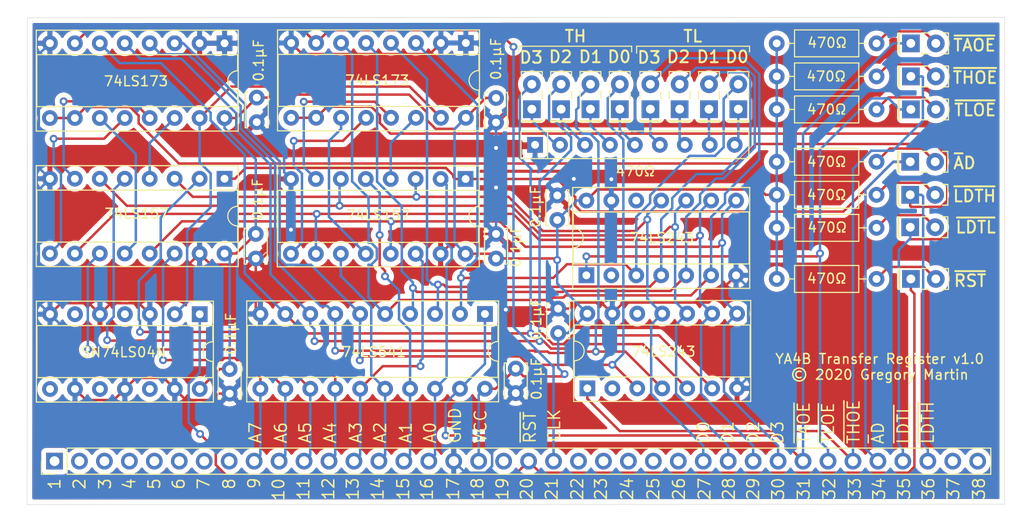
<source format=kicad_pcb>
(kicad_pcb (version 20171130) (host pcbnew "(5.1.4-0-10_14)")
  (layers (0 F.Cu signal) (31 B.Cu signal) (34 B.Paste user) (35 F.Paste user) (36 B.SilkS user) (37 F.SilkS user) (38 B.Mask user) (39 F.Mask user) (44 Edge.Cuts user))
  (net 0 "")
  (net 1 "Net-(J1-Pad1)")
  (net 2 "Net-(J1-Pad2)")
  (net 3 "Net-(J1-Pad3)")
  (net 4 "Net-(J1-Pad4)")
  (net 5 "Net-(J1-Pad5)")
  (net 6 "Net-(J1-Pad6)")
  (net 7 "Net-(J1-Pad7)")
  (net 8 "Net-(J1-Pad8)")
  (net 9 /Addr7)
  (net 10 /Addr6)
  (net 11 /Addr5)
  (net 12 /Addr4)
  (net 13 /Addr3)
  (net 14 /Addr2)
  (net 15 /Addr1)
  (net 16 /Addr0)
  (net 17 GND)
  (net 18 VCC)
  (net 19 "Net-(J1-Pad19)")
  (net 20 ~RST~)
  (net 21 CLK)
  (net 22 "Net-(J1-Pad22)")
  (net 23 "Net-(J1-Pad23)")
  (net 24 "Net-(J1-Pad24)")
  (net 25 "Net-(J1-Pad25)")
  (net 26 "Net-(J1-Pad26)")
  (net 27 /Data0)
  (net 28 /Data1)
  (net 29 /Data2)
  (net 30 /Data3)
  (net 31 ~TAOE~)
  (net 32 ~TLOE~)
  (net 33 ~THOE~)
  (net 34 ~A~D)
  (net 35 ~LDTL~)
  (net 36 ~LDTH~)
  (net 37 "Net-(J1-Pad37)")
  (net 38 "Net-(J1-Pad38)")
  (net 39 "Net-(U1-Pad9)")
  (net 40 "Net-(U1-Pad4)")
  (net 41 "Net-(U1-Pad12)")
  (net 42 "Net-(U1-Pad7)")
  (net 43 "Net-(U2-Pad7)")
  (net 44 "Net-(U2-Pad12)")
  (net 45 "Net-(U2-Pad4)")
  (net 46 "Net-(U2-Pad9)")
  (net 47 RST)
  (net 48 "Net-(U8-Pad8)")
  (net 49 "Net-(U8-Pad10)")
  (net 50 "Net-(U8-Pad4)")
  (net 51 "Net-(U8-Pad12)")
  (net 52 "Net-(U8-Pad6)")
  (net 53 /TH3)
  (net 54 "Net-(D1-Pad1)")
  (net 55 /TH2)
  (net 56 "Net-(D2-Pad1)")
  (net 57 /TH1)
  (net 58 "Net-(D3-Pad1)")
  (net 59 /TH0)
  (net 60 "Net-(D4-Pad1)")
  (net 61 /TL3)
  (net 62 "Net-(D5-Pad1)")
  (net 63 /TL2)
  (net 64 "Net-(D6-Pad1)")
  (net 65 /TL1)
  (net 66 "Net-(D7-Pad1)")
  (net 67 /TL0)
  (net 68 "Net-(D8-Pad1)")
  (net 69 "Net-(D9-Pad2)")
  (net 70 "Net-(D10-Pad2)")
  (net 71 "Net-(D11-Pad2)")
  (net 72 "Net-(D12-Pad2)")
  (net 73 "Net-(D13-Pad2)")
  (net 74 "Net-(D14-Pad2)")
  (net 75 "Net-(D15-Pad2)")
  (module Capacitor_THT:C_Disc_D3.4mm_W2.1mm_P2.50mm (layer F.Cu) (at 125.603 100.8761 270)
    (fp_text reference C8 hide)
    (fp_text value 0.1µF (at 1.1684 2.2098 90) (layer F.SilkS))
    (pad 2 thru_hole circle (at 2.5 0 270) (size 1.6 1.6) (drill 0.8) (layers *.Cu *.Mask) (net 18 VCC))
    (pad 1 thru_hole circle (at 0 0 270) (size 1.6 1.6) (drill 0.8) (layers *.Cu *.Mask) (net 17 GND))
  )
  (module Capacitor_THT:C_Disc_D3.4mm_W2.1mm_P2.50mm (layer F.Cu) (at 119.3673 104.8004 270)
    (fp_text reference C7 hide)
    (fp_text value 0.1µF (at 1.2573 -2.032 90) (layer F.SilkS))
    (pad 2 thru_hole circle (at 2.5 0 270) (size 1.6 1.6) (drill 0.8) (layers *.Cu *.Mask) (net 18 VCC))
    (pad 1 thru_hole circle (at 0 0 270) (size 1.6 1.6) (drill 0.8) (layers *.Cu *.Mask) (net 17 GND))
  )
  (module Capacitor_THT:C_Disc_D3.4mm_W2.1mm_P2.50mm (layer F.Cu) (at 125.6919 112.4077 270)
    (fp_text reference C6 hide)
    (fp_text value 0.1µF (at 1.0668 2.2225 90) (layer F.SilkS))
    (pad 2 thru_hole circle (at 2.5 0 270) (size 1.6 1.6) (drill 0.8) (layers *.Cu *.Mask) (net 18 VCC))
    (pad 1 thru_hole circle (at 0 0 270) (size 1.6 1.6) (drill 0.8) (layers *.Cu *.Mask) (net 17 GND))
  )
  (module Capacitor_THT:C_Disc_D3.4mm_W2.1mm_P2.50mm (layer F.Cu) (at 121.3739 121.0183 90)
    (fp_text reference C5 hide)
    (fp_text value 0.1µF (at 1.4478 2.119 90) (layer F.SilkS))
    (pad 2 thru_hole circle (at 2.5 0 90) (size 1.6 1.6) (drill 0.8) (layers *.Cu *.Mask) (net 18 VCC))
    (pad 1 thru_hole circle (at 0 0 90) (size 1.6 1.6) (drill 0.8) (layers *.Cu *.Mask) (net 17 GND))
  )
  (module Capacitor_THT:C_Disc_D3.4mm_W2.1mm_P2.50mm (layer F.Cu) (at 92.2528 121.0691 90)
    (fp_text reference C4 hide)
    (fp_text value 0.1µF (at 6.096 0.127 90) (layer F.SilkS))
    (pad 2 thru_hole circle (at 2.5 0 90) (size 1.6 1.6) (drill 0.8) (layers *.Cu *.Mask) (net 18 VCC))
    (pad 1 thru_hole circle (at 0 0 90) (size 1.6 1.6) (drill 0.8) (layers *.Cu *.Mask) (net 17 GND))
  )
  (module Capacitor_THT:C_Disc_D3.4mm_W2.1mm_P2.50mm (layer F.Cu) (at 94.9071 107.3023 90)
    (fp_text reference C3 hide)
    (fp_text value 0.1µF (at 6.0325 0.1905 90) (layer F.SilkS))
    (pad 2 thru_hole circle (at 2.5 0 90) (size 1.6 1.6) (drill 0.8) (layers *.Cu *.Mask) (net 18 VCC))
    (pad 1 thru_hole circle (at 0 0 90) (size 1.6 1.6) (drill 0.8) (layers *.Cu *.Mask) (net 17 GND))
  )
  (module Capacitor_THT:C_Disc_D3.4mm_W2.1mm_P2.50mm (layer F.Cu) (at 119.3673 93.4466 90)
    (fp_text reference C2 hide)
    (fp_text value 0.1µF (at 6.477 0 90) (layer F.SilkS))
    (pad 2 thru_hole circle (at 2.5 0 90) (size 1.6 1.6) (drill 0.8) (layers *.Cu *.Mask) (net 18 VCC))
    (pad 1 thru_hole circle (at 0 0 90) (size 1.6 1.6) (drill 0.8) (layers *.Cu *.Mask) (net 17 GND))
  )
  (module Capacitor_THT:C_Disc_D3.4mm_W2.1mm_P2.50mm (layer F.Cu) (at 95.0087 93.4085 90)
    (fp_text reference C1 hide)
    (fp_text value 0.1µF (at 6.2865 0.1905 90) (layer F.SilkS))
    (pad 2 thru_hole circle (at 2.5 0 90) (size 1.6 1.6) (drill 0.8) (layers *.Cu *.Mask) (net 18 VCC))
    (pad 1 thru_hole circle (at 0 0 90) (size 1.6 1.6) (drill 0.8) (layers *.Cu *.Mask) (net 17 GND))
  )
  (module Resistor_THT:R_Array_SIP9 (layer F.Cu) (at 123.3424 95.7199)
    (fp_text reference RN1 hide)
    (fp_text value 470Ω (at 10.2108 2.6924) (layer F.SilkS))
    (pad 9 thru_hole oval (at 20.32 0) (size 1.6 1.6) (drill 0.8) (layers *.Cu *.Mask) (net 68 "Net-(D8-Pad1)"))
    (pad 8 thru_hole oval (at 17.78 0) (size 1.6 1.6) (drill 0.8) (layers *.Cu *.Mask) (net 66 "Net-(D7-Pad1)"))
    (pad 7 thru_hole oval (at 15.24 0) (size 1.6 1.6) (drill 0.8) (layers *.Cu *.Mask) (net 64 "Net-(D6-Pad1)"))
    (pad 6 thru_hole oval (at 12.7 0) (size 1.6 1.6) (drill 0.8) (layers *.Cu *.Mask) (net 62 "Net-(D5-Pad1)"))
    (pad 5 thru_hole oval (at 10.16 0) (size 1.6 1.6) (drill 0.8) (layers *.Cu *.Mask) (net 60 "Net-(D4-Pad1)"))
    (pad 4 thru_hole oval (at 7.62 0) (size 1.6 1.6) (drill 0.8) (layers *.Cu *.Mask) (net 58 "Net-(D3-Pad1)"))
    (pad 3 thru_hole oval (at 5.08 0) (size 1.6 1.6) (drill 0.8) (layers *.Cu *.Mask) (net 56 "Net-(D2-Pad1)"))
    (pad 2 thru_hole oval (at 2.54 0) (size 1.6 1.6) (drill 0.8) (layers *.Cu *.Mask) (net 54 "Net-(D1-Pad1)"))
    (pad 1 thru_hole rect (at 0 0) (size 1.6 1.6) (drill 0.8) (layers *.Cu *.Mask) (net 17 GND))
  )
  (module Resistor_THT:R_Axial_DIN0207_L6.3mm_D2.5mm_P10.16mm_Horizontal (layer F.Cu) (at 147.9423 109.3851)
    (fp_text reference R7 hide)
    (fp_text value 470Ω (at 5.097 -0.037) (layer F.SilkS))
    (pad 2 thru_hole oval (at 10.16 0) (size 1.6 1.6) (drill 0.8) (layers *.Cu *.Mask) (net 72 "Net-(D12-Pad2)"))
    (pad 1 thru_hole circle (at 0 0) (size 1.6 1.6) (drill 0.8) (layers *.Cu *.Mask) (net 18 VCC))
  )
  (module Resistor_THT:R_Axial_DIN0207_L6.3mm_D2.5mm_P10.16mm_Horizontal (layer F.Cu) (at 147.9423 104.1781)
    (fp_text reference R6 hide)
    (fp_text value 470Ω (at 5.1355 -0.037) (layer F.SilkS))
    (pad 2 thru_hole oval (at 10.16 0) (size 1.6 1.6) (drill 0.8) (layers *.Cu *.Mask) (net 73 "Net-(D13-Pad2)"))
    (pad 1 thru_hole circle (at 0 0) (size 1.6 1.6) (drill 0.8) (layers *.Cu *.Mask) (net 18 VCC))
  )
  (module Resistor_THT:R_Axial_DIN0207_L6.3mm_D2.5mm_P10.16mm_Horizontal (layer F.Cu) (at 147.9423 100.8126)
    (fp_text reference R5 hide)
    (fp_text value 470Ω (at 5.08 0.0125) (layer F.SilkS))
    (pad 2 thru_hole oval (at 10.16 0) (size 1.6 1.6) (drill 0.8) (layers *.Cu *.Mask) (net 74 "Net-(D14-Pad2)"))
    (pad 1 thru_hole circle (at 0 0) (size 1.6 1.6) (drill 0.8) (layers *.Cu *.Mask) (net 18 VCC))
  )
  (module Resistor_THT:R_Axial_DIN0207_L6.3mm_D2.5mm_P10.16mm_Horizontal (layer F.Cu) (at 147.9423 97.4471)
    (fp_text reference R4 hide)
    (fp_text value 470Ω (at 5.08 0) (layer F.SilkS))
    (pad 2 thru_hole oval (at 10.16 0) (size 1.6 1.6) (drill 0.8) (layers *.Cu *.Mask) (net 75 "Net-(D15-Pad2)"))
    (pad 1 thru_hole circle (at 0 0) (size 1.6 1.6) (drill 0.8) (layers *.Cu *.Mask) (net 18 VCC))
  )
  (module Resistor_THT:R_Axial_DIN0207_L6.3mm_D2.5mm_P10.16mm_Horizontal (layer F.Cu) (at 147.9423 88.7476)
    (fp_text reference R3 hide)
    (fp_text value 470Ω (at 5.0335 -0.0015) (layer F.SilkS))
    (pad 2 thru_hole oval (at 10.16 0) (size 1.6 1.6) (drill 0.8) (layers *.Cu *.Mask) (net 70 "Net-(D10-Pad2)"))
    (pad 1 thru_hole circle (at 0 0) (size 1.6 1.6) (drill 0.8) (layers *.Cu *.Mask) (net 18 VCC))
  )
  (module Resistor_THT:R_Axial_DIN0207_L6.3mm_D2.5mm_P10.16mm_Horizontal (layer F.Cu) (at 147.9423 92.1131)
    (fp_text reference R2 hide)
    (fp_text value 470Ω (at 5.08 0) (layer F.SilkS))
    (pad 2 thru_hole oval (at 10.16 0) (size 1.6 1.6) (drill 0.8) (layers *.Cu *.Mask) (net 71 "Net-(D11-Pad2)"))
    (pad 1 thru_hole circle (at 0 0) (size 1.6 1.6) (drill 0.8) (layers *.Cu *.Mask) (net 18 VCC))
  )
  (module Resistor_THT:R_Axial_DIN0207_L6.3mm_D2.5mm_P10.16mm_Horizontal (layer F.Cu) (at 147.9423 85.3821)
    (fp_text reference R1 hide)
    (fp_text value 470Ω (at 5.1355 -0.065) (layer F.SilkS))
    (pad 2 thru_hole oval (at 10.16 0) (size 1.6 1.6) (drill 0.8) (layers *.Cu *.Mask) (net 69 "Net-(D9-Pad2)"))
    (pad 1 thru_hole circle (at 0 0) (size 1.6 1.6) (drill 0.8) (layers *.Cu *.Mask) (net 18 VCC))
  )
  (module LED_THT:LED_Rectangular_W5.0mm_H2.0mm (layer F.Cu) (at 161.5313 97.4471)
    (fp_text reference D15 hide)
    (fp_text value LED hide)
    (pad 2 thru_hole circle (at 2.54 0) (size 1.8 1.8) (drill 0.9) (layers *.Cu *.Mask) (net 75 "Net-(D15-Pad2)"))
    (pad 1 thru_hole rect (at 0 0) (size 1.8 1.8) (drill 0.9) (layers *.Cu *.Mask) (net 34 ~A~D))
  )
  (module LED_THT:LED_Rectangular_W5.0mm_H2.0mm (layer F.Cu) (at 161.5313 100.8126)
    (fp_text reference D14 hide)
    (fp_text value LED hide)
    (pad 2 thru_hole circle (at 2.54 0) (size 1.8 1.8) (drill 0.9) (layers *.Cu *.Mask) (net 74 "Net-(D14-Pad2)"))
    (pad 1 thru_hole rect (at 0 0) (size 1.8 1.8) (drill 0.9) (layers *.Cu *.Mask) (net 36 ~LDTH~))
  )
  (module LED_THT:LED_Rectangular_W5.0mm_H2.0mm (layer F.Cu) (at 161.5313 104.1146)
    (fp_text reference D13 hide)
    (fp_text value LED hide)
    (pad 2 thru_hole circle (at 2.54 0) (size 1.8 1.8) (drill 0.9) (layers *.Cu *.Mask) (net 73 "Net-(D13-Pad2)"))
    (pad 1 thru_hole rect (at 0 0) (size 1.8 1.8) (drill 0.9) (layers *.Cu *.Mask) (net 35 ~LDTL~))
  )
  (module LED_THT:LED_Rectangular_W5.0mm_H2.0mm (layer F.Cu) (at 161.5948 109.3851)
    (fp_text reference D12 hide)
    (fp_text value LED hide)
    (pad 2 thru_hole circle (at 2.54 0) (size 1.8 1.8) (drill 0.9) (layers *.Cu *.Mask) (net 72 "Net-(D12-Pad2)"))
    (pad 1 thru_hole rect (at 0 0) (size 1.8 1.8) (drill 0.9) (layers *.Cu *.Mask) (net 20 ~RST~))
  )
  (module LED_THT:LED_Rectangular_W5.0mm_H2.0mm (layer F.Cu) (at 161.5948 92.1131)
    (fp_text reference D11 hide)
    (fp_text value LED hide)
    (pad 2 thru_hole circle (at 2.54 0) (size 1.8 1.8) (drill 0.9) (layers *.Cu *.Mask) (net 71 "Net-(D11-Pad2)"))
    (pad 1 thru_hole rect (at 0 0) (size 1.8 1.8) (drill 0.9) (layers *.Cu *.Mask) (net 32 ~TLOE~))
  )
  (module LED_THT:LED_Rectangular_W5.0mm_H2.0mm (layer F.Cu) (at 161.5948 88.7476)
    (fp_text reference D10 hide)
    (fp_text value LED hide)
    (pad 2 thru_hole circle (at 2.54 0) (size 1.8 1.8) (drill 0.9) (layers *.Cu *.Mask) (net 70 "Net-(D10-Pad2)"))
    (pad 1 thru_hole rect (at 0 0) (size 1.8 1.8) (drill 0.9) (layers *.Cu *.Mask) (net 33 ~THOE~))
  )
  (module LED_THT:LED_Rectangular_W5.0mm_H2.0mm (layer F.Cu) (at 161.5948 85.3821)
    (fp_text reference D9 hide)
    (fp_text value LED hide)
    (pad 2 thru_hole circle (at 2.54 0) (size 1.8 1.8) (drill 0.9) (layers *.Cu *.Mask) (net 69 "Net-(D9-Pad2)"))
    (pad 1 thru_hole rect (at 0 0) (size 1.8 1.8) (drill 0.9) (layers *.Cu *.Mask) (net 31 ~TAOE~))
  )
  (module LED_THT:LED_Rectangular_W5.0mm_H2.0mm (layer F.Cu) (at 144.0307 92.0877 90)
    (fp_text reference D8 hide)
    (fp_text value LED hide)
    (pad 2 thru_hole circle (at 2.54 0 90) (size 1.8 1.8) (drill 0.9) (layers *.Cu *.Mask) (net 67 /TL0))
    (pad 1 thru_hole rect (at 0 0 90) (size 1.8 1.8) (drill 0.9) (layers *.Cu *.Mask) (net 68 "Net-(D8-Pad1)"))
  )
  (module LED_THT:LED_Rectangular_W5.0mm_H2.0mm (layer F.Cu) (at 141.0462 92.0877 90)
    (fp_text reference D7 hide)
    (fp_text value LED hide)
    (pad 2 thru_hole circle (at 2.54 0 90) (size 1.8 1.8) (drill 0.9) (layers *.Cu *.Mask) (net 65 /TL1))
    (pad 1 thru_hole rect (at 0 0 90) (size 1.8 1.8) (drill 0.9) (layers *.Cu *.Mask) (net 66 "Net-(D7-Pad1)"))
  )
  (module LED_THT:LED_Rectangular_W5.0mm_H2.0mm (layer F.Cu) (at 138.0617 92.0877 90)
    (fp_text reference D6 hide)
    (fp_text value LED hide)
    (pad 2 thru_hole circle (at 2.54 0 90) (size 1.8 1.8) (drill 0.9) (layers *.Cu *.Mask) (net 63 /TL2))
    (pad 1 thru_hole rect (at 0 0 90) (size 1.8 1.8) (drill 0.9) (layers *.Cu *.Mask) (net 64 "Net-(D6-Pad1)"))
  )
  (module LED_THT:LED_Rectangular_W5.0mm_H2.0mm (layer F.Cu) (at 135.0772 92.0877 90)
    (fp_text reference D5 hide)
    (fp_text value LED hide)
    (pad 2 thru_hole circle (at 2.54 0 90) (size 1.8 1.8) (drill 0.9) (layers *.Cu *.Mask) (net 61 /TL3))
    (pad 1 thru_hole rect (at 0 0 90) (size 1.8 1.8) (drill 0.9) (layers *.Cu *.Mask) (net 62 "Net-(D5-Pad1)"))
  )
  (module LED_THT:LED_Rectangular_W5.0mm_H2.0mm (layer F.Cu) (at 131.9657 92.0877 90)
    (fp_text reference D4 hide)
    (fp_text value LED hide)
    (pad 2 thru_hole circle (at 2.54 0 90) (size 1.8 1.8) (drill 0.9) (layers *.Cu *.Mask) (net 59 /TH0))
    (pad 1 thru_hole rect (at 0 0 90) (size 1.8 1.8) (drill 0.9) (layers *.Cu *.Mask) (net 60 "Net-(D4-Pad1)"))
  )
  (module LED_THT:LED_Rectangular_W5.0mm_H2.0mm (layer F.Cu) (at 128.9812 92.0877 90)
    (fp_text reference D3 hide)
    (fp_text value LED hide)
    (pad 2 thru_hole circle (at 2.54 0 90) (size 1.8 1.8) (drill 0.9) (layers *.Cu *.Mask) (net 57 /TH1))
    (pad 1 thru_hole rect (at 0 0 90) (size 1.8 1.8) (drill 0.9) (layers *.Cu *.Mask) (net 58 "Net-(D3-Pad1)"))
  )
  (module LED_THT:LED_Rectangular_W5.0mm_H2.0mm (layer F.Cu) (at 125.9967 92.0877 90)
    (fp_text reference D2 hide)
    (fp_text value LED hide)
    (pad 2 thru_hole circle (at 2.54 0 90) (size 1.8 1.8) (drill 0.9) (layers *.Cu *.Mask) (net 55 /TH2))
    (pad 1 thru_hole rect (at 0 0 90) (size 1.8 1.8) (drill 0.9) (layers *.Cu *.Mask) (net 56 "Net-(D2-Pad1)"))
  )
  (module LED_THT:LED_Rectangular_W5.0mm_H2.0mm (layer F.Cu) (at 123.0122 92.0877 90)
    (fp_text reference D1 hide)
    (fp_text value LED hide)
    (pad 2 thru_hole circle (at 2.54 0 90) (size 1.8 1.8) (drill 0.9) (layers *.Cu *.Mask) (net 53 /TH3))
    (pad 1 thru_hole rect (at 0 0 90) (size 1.8 1.8) (drill 0.9) (layers *.Cu *.Mask) (net 54 "Net-(D1-Pad1)"))
  )
  (module Connector_PinHeader_2.54mm:PinHeader_1x38_P2.54mm_Vertical (layer F.Cu) (at 74.422 127.9525 90)
    (fp_text reference J1 hide)
    (fp_text value Conn_01x38 hide)
    (pad 1 thru_hole rect (at 0 0 90) (size 1.7 1.7) (drill 1) (layers *.Cu *.Mask) (net 1 "Net-(J1-Pad1)"))
    (pad 2 thru_hole oval (at 0 2.54 90) (size 1.7 1.7) (drill 1) (layers *.Cu *.Mask) (net 2 "Net-(J1-Pad2)"))
    (pad 3 thru_hole oval (at 0 5.08 90) (size 1.7 1.7) (drill 1) (layers *.Cu *.Mask) (net 3 "Net-(J1-Pad3)"))
    (pad 4 thru_hole oval (at 0 7.62 90) (size 1.7 1.7) (drill 1) (layers *.Cu *.Mask) (net 4 "Net-(J1-Pad4)"))
    (pad 5 thru_hole oval (at 0 10.16 90) (size 1.7 1.7) (drill 1) (layers *.Cu *.Mask) (net 5 "Net-(J1-Pad5)"))
    (pad 6 thru_hole oval (at 0 12.7 90) (size 1.7 1.7) (drill 1) (layers *.Cu *.Mask) (net 6 "Net-(J1-Pad6)"))
    (pad 7 thru_hole oval (at 0 15.24 90) (size 1.7 1.7) (drill 1) (layers *.Cu *.Mask) (net 7 "Net-(J1-Pad7)"))
    (pad 8 thru_hole oval (at 0 17.78 90) (size 1.7 1.7) (drill 1) (layers *.Cu *.Mask) (net 8 "Net-(J1-Pad8)"))
    (pad 9 thru_hole oval (at 0 20.32 90) (size 1.7 1.7) (drill 1) (layers *.Cu *.Mask) (net 9 /Addr7))
    (pad 10 thru_hole oval (at 0 22.86 90) (size 1.7 1.7) (drill 1) (layers *.Cu *.Mask) (net 10 /Addr6))
    (pad 11 thru_hole oval (at 0 25.4 90) (size 1.7 1.7) (drill 1) (layers *.Cu *.Mask) (net 11 /Addr5))
    (pad 12 thru_hole oval (at 0 27.94 90) (size 1.7 1.7) (drill 1) (layers *.Cu *.Mask) (net 12 /Addr4))
    (pad 13 thru_hole oval (at 0 30.48 90) (size 1.7 1.7) (drill 1) (layers *.Cu *.Mask) (net 13 /Addr3))
    (pad 14 thru_hole oval (at 0 33.02 90) (size 1.7 1.7) (drill 1) (layers *.Cu *.Mask) (net 14 /Addr2))
    (pad 15 thru_hole oval (at 0 35.56 90) (size 1.7 1.7) (drill 1) (layers *.Cu *.Mask) (net 15 /Addr1))
    (pad 16 thru_hole oval (at 0 38.1 90) (size 1.7 1.7) (drill 1) (layers *.Cu *.Mask) (net 16 /Addr0))
    (pad 17 thru_hole oval (at 0 40.64 90) (size 1.7 1.7) (drill 1) (layers *.Cu *.Mask) (net 17 GND))
    (pad 18 thru_hole oval (at 0 43.18 90) (size 1.7 1.7) (drill 1) (layers *.Cu *.Mask) (net 18 VCC))
    (pad 19 thru_hole oval (at 0 45.72 90) (size 1.7 1.7) (drill 1) (layers *.Cu *.Mask) (net 19 "Net-(J1-Pad19)"))
    (pad 20 thru_hole oval (at 0 48.26 90) (size 1.7 1.7) (drill 1) (layers *.Cu *.Mask) (net 20 ~RST~))
    (pad 21 thru_hole oval (at 0 50.8 90) (size 1.7 1.7) (drill 1) (layers *.Cu *.Mask) (net 21 CLK))
    (pad 22 thru_hole oval (at 0 53.34 90) (size 1.7 1.7) (drill 1) (layers *.Cu *.Mask) (net 22 "Net-(J1-Pad22)"))
    (pad 23 thru_hole oval (at 0 55.88 90) (size 1.7 1.7) (drill 1) (layers *.Cu *.Mask) (net 23 "Net-(J1-Pad23)"))
    (pad 24 thru_hole oval (at 0 58.42 90) (size 1.7 1.7) (drill 1) (layers *.Cu *.Mask) (net 24 "Net-(J1-Pad24)"))
    (pad 25 thru_hole oval (at 0 60.96 90) (size 1.7 1.7) (drill 1) (layers *.Cu *.Mask) (net 25 "Net-(J1-Pad25)"))
    (pad 26 thru_hole oval (at 0 63.5 90) (size 1.7 1.7) (drill 1) (layers *.Cu *.Mask) (net 26 "Net-(J1-Pad26)"))
    (pad 27 thru_hole oval (at 0 66.04 90) (size 1.7 1.7) (drill 1) (layers *.Cu *.Mask) (net 27 /Data0))
    (pad 28 thru_hole oval (at 0 68.58 90) (size 1.7 1.7) (drill 1) (layers *.Cu *.Mask) (net 28 /Data1))
    (pad 29 thru_hole oval (at 0 71.12 90) (size 1.7 1.7) (drill 1) (layers *.Cu *.Mask) (net 29 /Data2))
    (pad 30 thru_hole oval (at 0 73.66 90) (size 1.7 1.7) (drill 1) (layers *.Cu *.Mask) (net 30 /Data3))
    (pad 31 thru_hole oval (at 0 76.2 90) (size 1.7 1.7) (drill 1) (layers *.Cu *.Mask) (net 31 ~TAOE~))
    (pad 32 thru_hole oval (at 0 78.74 90) (size 1.7 1.7) (drill 1) (layers *.Cu *.Mask) (net 32 ~TLOE~))
    (pad 33 thru_hole oval (at 0 81.28 90) (size 1.7 1.7) (drill 1) (layers *.Cu *.Mask) (net 33 ~THOE~))
    (pad 34 thru_hole oval (at 0 83.82 90) (size 1.7 1.7) (drill 1) (layers *.Cu *.Mask) (net 34 ~A~D))
    (pad 35 thru_hole oval (at 0 86.36 90) (size 1.7 1.7) (drill 1) (layers *.Cu *.Mask) (net 35 ~LDTL~))
    (pad 36 thru_hole oval (at 0 88.9 90) (size 1.7 1.7) (drill 1) (layers *.Cu *.Mask) (net 36 ~LDTH~))
    (pad 37 thru_hole oval (at 0 91.44 90) (size 1.7 1.7) (drill 1) (layers *.Cu *.Mask) (net 37 "Net-(J1-Pad37)"))
    (pad 38 thru_hole oval (at 0 93.98 90) (size 1.7 1.7) (drill 1) (layers *.Cu *.Mask) (net 38 "Net-(J1-Pad38)"))
  )
  (module Package_DIP:DIP-16_W7.62mm_Socket (layer F.Cu) (at 116.2685 99.1997 270)
    (fp_text reference U1 hide)
    (fp_text value 74LS157 (at 3.683 8.89) (layer F.SilkS))
    (pad 1 thru_hole rect (at 0 0 270) (size 1.6 1.6) (drill 0.8) (layers *.Cu *.Mask) (net 34 ~A~D))
    (pad 9 thru_hole oval (at 7.62 17.78 270) (size 1.6 1.6) (drill 0.8) (layers *.Cu *.Mask) (net 39 "Net-(U1-Pad9)"))
    (pad 2 thru_hole oval (at 0 2.54 270) (size 1.6 1.6) (drill 0.8) (layers *.Cu *.Mask) (net 16 /Addr0))
    (pad 10 thru_hole oval (at 7.62 15.24 270) (size 1.6 1.6) (drill 0.8) (layers *.Cu *.Mask) (net 29 /Data2))
    (pad 3 thru_hole oval (at 0 5.08 270) (size 1.6 1.6) (drill 0.8) (layers *.Cu *.Mask) (net 27 /Data0))
    (pad 11 thru_hole oval (at 7.62 12.7 270) (size 1.6 1.6) (drill 0.8) (layers *.Cu *.Mask) (net 14 /Addr2))
    (pad 4 thru_hole oval (at 0 7.62 270) (size 1.6 1.6) (drill 0.8) (layers *.Cu *.Mask) (net 40 "Net-(U1-Pad4)"))
    (pad 12 thru_hole oval (at 7.62 10.16 270) (size 1.6 1.6) (drill 0.8) (layers *.Cu *.Mask) (net 41 "Net-(U1-Pad12)"))
    (pad 5 thru_hole oval (at 0 10.16 270) (size 1.6 1.6) (drill 0.8) (layers *.Cu *.Mask) (net 15 /Addr1))
    (pad 13 thru_hole oval (at 7.62 7.62 270) (size 1.6 1.6) (drill 0.8) (layers *.Cu *.Mask) (net 30 /Data3))
    (pad 6 thru_hole oval (at 0 12.7 270) (size 1.6 1.6) (drill 0.8) (layers *.Cu *.Mask) (net 28 /Data1))
    (pad 14 thru_hole oval (at 7.62 5.08 270) (size 1.6 1.6) (drill 0.8) (layers *.Cu *.Mask) (net 13 /Addr3))
    (pad 7 thru_hole oval (at 0 15.24 270) (size 1.6 1.6) (drill 0.8) (layers *.Cu *.Mask) (net 42 "Net-(U1-Pad7)"))
    (pad 15 thru_hole oval (at 7.62 2.54 270) (size 1.6 1.6) (drill 0.8) (layers *.Cu *.Mask) (net 17 GND))
    (pad 8 thru_hole oval (at 0 17.78 270) (size 1.6 1.6) (drill 0.8) (layers *.Cu *.Mask) (net 17 GND))
    (pad 16 thru_hole oval (at 7.62 0 270) (size 1.6 1.6) (drill 0.8) (layers *.Cu *.Mask) (net 18 VCC))
  )
  (module Package_DIP:DIP-16_W7.62mm_Socket (layer F.Cu) (at 91.7321 99.1743 270)
    (fp_text reference U2 hide)
    (fp_text value 74LS157 (at 3.556 8.9535) (layer F.SilkS))
    (pad 16 thru_hole oval (at 7.62 0 270) (size 1.6 1.6) (drill 0.8) (layers *.Cu *.Mask) (net 18 VCC))
    (pad 8 thru_hole oval (at 0 17.78 270) (size 1.6 1.6) (drill 0.8) (layers *.Cu *.Mask) (net 17 GND))
    (pad 15 thru_hole oval (at 7.62 2.54 270) (size 1.6 1.6) (drill 0.8) (layers *.Cu *.Mask) (net 17 GND))
    (pad 7 thru_hole oval (at 0 15.24 270) (size 1.6 1.6) (drill 0.8) (layers *.Cu *.Mask) (net 43 "Net-(U2-Pad7)"))
    (pad 14 thru_hole oval (at 7.62 5.08 270) (size 1.6 1.6) (drill 0.8) (layers *.Cu *.Mask) (net 9 /Addr7))
    (pad 6 thru_hole oval (at 0 12.7 270) (size 1.6 1.6) (drill 0.8) (layers *.Cu *.Mask) (net 28 /Data1))
    (pad 13 thru_hole oval (at 7.62 7.62 270) (size 1.6 1.6) (drill 0.8) (layers *.Cu *.Mask) (net 30 /Data3))
    (pad 5 thru_hole oval (at 0 10.16 270) (size 1.6 1.6) (drill 0.8) (layers *.Cu *.Mask) (net 11 /Addr5))
    (pad 12 thru_hole oval (at 7.62 10.16 270) (size 1.6 1.6) (drill 0.8) (layers *.Cu *.Mask) (net 44 "Net-(U2-Pad12)"))
    (pad 4 thru_hole oval (at 0 7.62 270) (size 1.6 1.6) (drill 0.8) (layers *.Cu *.Mask) (net 45 "Net-(U2-Pad4)"))
    (pad 11 thru_hole oval (at 7.62 12.7 270) (size 1.6 1.6) (drill 0.8) (layers *.Cu *.Mask) (net 10 /Addr6))
    (pad 3 thru_hole oval (at 0 5.08 270) (size 1.6 1.6) (drill 0.8) (layers *.Cu *.Mask) (net 27 /Data0))
    (pad 10 thru_hole oval (at 7.62 15.24 270) (size 1.6 1.6) (drill 0.8) (layers *.Cu *.Mask) (net 29 /Data2))
    (pad 2 thru_hole oval (at 0 2.54 270) (size 1.6 1.6) (drill 0.8) (layers *.Cu *.Mask) (net 12 /Addr4))
    (pad 9 thru_hole oval (at 7.62 17.78 270) (size 1.6 1.6) (drill 0.8) (layers *.Cu *.Mask) (net 46 "Net-(U2-Pad9)"))
    (pad 1 thru_hole rect (at 0 0 270) (size 1.6 1.6) (drill 0.8) (layers *.Cu *.Mask) (net 34 ~A~D))
  )
  (module Package_DIP:DIP-16_W7.62mm_Socket (layer F.Cu) (at 116.2939 85.344 270)
    (fp_text reference U3 hide)
    (fp_text value 74LS173 (at 3.81 9.017) (layer F.SilkS))
    (pad 1 thru_hole rect (at 0 0 270) (size 1.6 1.6) (drill 0.8) (layers *.Cu *.Mask) (net 17 GND))
    (pad 9 thru_hole oval (at 7.62 17.78 270) (size 1.6 1.6) (drill 0.8) (layers *.Cu *.Mask) (net 35 ~LDTL~))
    (pad 2 thru_hole oval (at 0 2.54 270) (size 1.6 1.6) (drill 0.8) (layers *.Cu *.Mask) (net 17 GND))
    (pad 10 thru_hole oval (at 7.62 15.24 270) (size 1.6 1.6) (drill 0.8) (layers *.Cu *.Mask) (net 35 ~LDTL~))
    (pad 3 thru_hole oval (at 0 5.08 270) (size 1.6 1.6) (drill 0.8) (layers *.Cu *.Mask) (net 67 /TL0))
    (pad 11 thru_hole oval (at 7.62 12.7 270) (size 1.6 1.6) (drill 0.8) (layers *.Cu *.Mask) (net 41 "Net-(U1-Pad12)"))
    (pad 4 thru_hole oval (at 0 7.62 270) (size 1.6 1.6) (drill 0.8) (layers *.Cu *.Mask) (net 65 /TL1))
    (pad 12 thru_hole oval (at 7.62 10.16 270) (size 1.6 1.6) (drill 0.8) (layers *.Cu *.Mask) (net 39 "Net-(U1-Pad9)"))
    (pad 5 thru_hole oval (at 0 10.16 270) (size 1.6 1.6) (drill 0.8) (layers *.Cu *.Mask) (net 63 /TL2))
    (pad 13 thru_hole oval (at 7.62 7.62 270) (size 1.6 1.6) (drill 0.8) (layers *.Cu *.Mask) (net 42 "Net-(U1-Pad7)"))
    (pad 6 thru_hole oval (at 0 12.7 270) (size 1.6 1.6) (drill 0.8) (layers *.Cu *.Mask) (net 61 /TL3))
    (pad 14 thru_hole oval (at 7.62 5.08 270) (size 1.6 1.6) (drill 0.8) (layers *.Cu *.Mask) (net 40 "Net-(U1-Pad4)"))
    (pad 7 thru_hole oval (at 0 15.24 270) (size 1.6 1.6) (drill 0.8) (layers *.Cu *.Mask) (net 21 CLK))
    (pad 15 thru_hole oval (at 7.62 2.54 270) (size 1.6 1.6) (drill 0.8) (layers *.Cu *.Mask) (net 47 RST))
    (pad 8 thru_hole oval (at 0 17.78 270) (size 1.6 1.6) (drill 0.8) (layers *.Cu *.Mask) (net 17 GND))
    (pad 16 thru_hole oval (at 7.62 0 270) (size 1.6 1.6) (drill 0.8) (layers *.Cu *.Mask) (net 18 VCC))
  )
  (module Package_DIP:DIP-16_W7.62mm_Socket (layer F.Cu) (at 91.7321 85.3694 270)
    (fp_text reference U4 hide)
    (fp_text value 74LS173 (at 3.8735 9.017) (layer F.SilkS))
    (pad 16 thru_hole oval (at 7.62 0 270) (size 1.6 1.6) (drill 0.8) (layers *.Cu *.Mask) (net 18 VCC))
    (pad 8 thru_hole oval (at 0 17.78 270) (size 1.6 1.6) (drill 0.8) (layers *.Cu *.Mask) (net 17 GND))
    (pad 15 thru_hole oval (at 7.62 2.54 270) (size 1.6 1.6) (drill 0.8) (layers *.Cu *.Mask) (net 47 RST))
    (pad 7 thru_hole oval (at 0 15.24 270) (size 1.6 1.6) (drill 0.8) (layers *.Cu *.Mask) (net 21 CLK))
    (pad 14 thru_hole oval (at 7.62 5.08 270) (size 1.6 1.6) (drill 0.8) (layers *.Cu *.Mask) (net 45 "Net-(U2-Pad4)"))
    (pad 6 thru_hole oval (at 0 12.7 270) (size 1.6 1.6) (drill 0.8) (layers *.Cu *.Mask) (net 53 /TH3))
    (pad 13 thru_hole oval (at 7.62 7.62 270) (size 1.6 1.6) (drill 0.8) (layers *.Cu *.Mask) (net 43 "Net-(U2-Pad7)"))
    (pad 5 thru_hole oval (at 0 10.16 270) (size 1.6 1.6) (drill 0.8) (layers *.Cu *.Mask) (net 55 /TH2))
    (pad 12 thru_hole oval (at 7.62 10.16 270) (size 1.6 1.6) (drill 0.8) (layers *.Cu *.Mask) (net 46 "Net-(U2-Pad9)"))
    (pad 4 thru_hole oval (at 0 7.62 270) (size 1.6 1.6) (drill 0.8) (layers *.Cu *.Mask) (net 57 /TH1))
    (pad 11 thru_hole oval (at 7.62 12.7 270) (size 1.6 1.6) (drill 0.8) (layers *.Cu *.Mask) (net 44 "Net-(U2-Pad12)"))
    (pad 3 thru_hole oval (at 0 5.08 270) (size 1.6 1.6) (drill 0.8) (layers *.Cu *.Mask) (net 59 /TH0))
    (pad 10 thru_hole oval (at 7.62 15.24 270) (size 1.6 1.6) (drill 0.8) (layers *.Cu *.Mask) (net 36 ~LDTH~))
    (pad 2 thru_hole oval (at 0 2.54 270) (size 1.6 1.6) (drill 0.8) (layers *.Cu *.Mask) (net 17 GND))
    (pad 9 thru_hole oval (at 7.62 17.78 270) (size 1.6 1.6) (drill 0.8) (layers *.Cu *.Mask) (net 36 ~LDTH~))
    (pad 1 thru_hole rect (at 0 0 270) (size 1.6 1.6) (drill 0.8) (layers *.Cu *.Mask) (net 17 GND))
  )
  (module Package_DIP:DIP-14_W7.62mm_Socket (layer F.Cu) (at 128.5621 109.0168 90)
    (fp_text reference U5 hide)
    (fp_text value 74LS243 (at 3.81 7.6835) (layer F.SilkS))
    (pad 14 thru_hole oval (at 7.62 0 90) (size 1.6 1.6) (drill 0.8) (layers *.Cu *.Mask) (net 18 VCC))
    (pad 7 thru_hole oval (at 0 15.24 90) (size 1.6 1.6) (drill 0.8) (layers *.Cu *.Mask) (net 17 GND))
    (pad 13 thru_hole oval (at 7.62 2.54 90) (size 1.6 1.6) (drill 0.8) (layers *.Cu *.Mask) (net 17 GND))
    (pad 6 thru_hole oval (at 0 12.7 90) (size 1.6 1.6) (drill 0.8) (layers *.Cu *.Mask) (net 61 /TL3))
    (pad 12 thru_hole oval (at 7.62 5.08 90) (size 1.6 1.6) (drill 0.8) (layers *.Cu *.Mask))
    (pad 5 thru_hole oval (at 0 10.16 90) (size 1.6 1.6) (drill 0.8) (layers *.Cu *.Mask) (net 63 /TL2))
    (pad 11 thru_hole oval (at 7.62 7.62 90) (size 1.6 1.6) (drill 0.8) (layers *.Cu *.Mask) (net 27 /Data0))
    (pad 4 thru_hole oval (at 0 7.62 90) (size 1.6 1.6) (drill 0.8) (layers *.Cu *.Mask) (net 65 /TL1))
    (pad 10 thru_hole oval (at 7.62 10.16 90) (size 1.6 1.6) (drill 0.8) (layers *.Cu *.Mask) (net 28 /Data1))
    (pad 3 thru_hole oval (at 0 5.08 90) (size 1.6 1.6) (drill 0.8) (layers *.Cu *.Mask) (net 67 /TL0))
    (pad 9 thru_hole oval (at 7.62 12.7 90) (size 1.6 1.6) (drill 0.8) (layers *.Cu *.Mask) (net 29 /Data2))
    (pad 2 thru_hole oval (at 0 2.54 90) (size 1.6 1.6) (drill 0.8) (layers *.Cu *.Mask))
    (pad 8 thru_hole oval (at 7.62 15.24 90) (size 1.6 1.6) (drill 0.8) (layers *.Cu *.Mask) (net 30 /Data3))
    (pad 1 thru_hole rect (at 0 0 90) (size 1.6 1.6) (drill 0.8) (layers *.Cu *.Mask) (net 32 ~TLOE~))
  )
  (module Package_DIP:DIP-14_W7.62mm_Socket (layer F.Cu) (at 128.6637 120.5357 90)
    (fp_text reference U6 hide)
    (fp_text value 74LS243 (at 3.7465 7.747) (layer F.SilkS))
    (pad 1 thru_hole rect (at 0 0 90) (size 1.6 1.6) (drill 0.8) (layers *.Cu *.Mask) (net 33 ~THOE~))
    (pad 8 thru_hole oval (at 7.62 15.24 90) (size 1.6 1.6) (drill 0.8) (layers *.Cu *.Mask) (net 30 /Data3))
    (pad 2 thru_hole oval (at 0 2.54 90) (size 1.6 1.6) (drill 0.8) (layers *.Cu *.Mask))
    (pad 9 thru_hole oval (at 7.62 12.7 90) (size 1.6 1.6) (drill 0.8) (layers *.Cu *.Mask) (net 29 /Data2))
    (pad 3 thru_hole oval (at 0 5.08 90) (size 1.6 1.6) (drill 0.8) (layers *.Cu *.Mask) (net 59 /TH0))
    (pad 10 thru_hole oval (at 7.62 10.16 90) (size 1.6 1.6) (drill 0.8) (layers *.Cu *.Mask) (net 28 /Data1))
    (pad 4 thru_hole oval (at 0 7.62 90) (size 1.6 1.6) (drill 0.8) (layers *.Cu *.Mask) (net 57 /TH1))
    (pad 11 thru_hole oval (at 7.62 7.62 90) (size 1.6 1.6) (drill 0.8) (layers *.Cu *.Mask) (net 27 /Data0))
    (pad 5 thru_hole oval (at 0 10.16 90) (size 1.6 1.6) (drill 0.8) (layers *.Cu *.Mask) (net 55 /TH2))
    (pad 12 thru_hole oval (at 7.62 5.08 90) (size 1.6 1.6) (drill 0.8) (layers *.Cu *.Mask))
    (pad 6 thru_hole oval (at 0 12.7 90) (size 1.6 1.6) (drill 0.8) (layers *.Cu *.Mask) (net 53 /TH3))
    (pad 13 thru_hole oval (at 7.62 2.54 90) (size 1.6 1.6) (drill 0.8) (layers *.Cu *.Mask) (net 17 GND))
    (pad 7 thru_hole oval (at 0 15.24 90) (size 1.6 1.6) (drill 0.8) (layers *.Cu *.Mask) (net 17 GND))
    (pad 14 thru_hole oval (at 7.62 0 90) (size 1.6 1.6) (drill 0.8) (layers *.Cu *.Mask) (net 18 VCC))
  )
  (module Package_DIP:DIP-20_W7.62mm_Socket (layer F.Cu) (at 118.237 112.9538 270)
    (fp_text reference U7 hide)
    (fp_text value 74LS541 (at 3.8735 11.303) (layer F.SilkS))
    (pad 1 thru_hole rect (at 0 0 270) (size 1.6 1.6) (drill 0.8) (layers *.Cu *.Mask) (net 31 ~TAOE~))
    (pad 11 thru_hole oval (at 7.62 22.86 270) (size 1.6 1.6) (drill 0.8) (layers *.Cu *.Mask) (net 9 /Addr7))
    (pad 2 thru_hole oval (at 0 2.54 270) (size 1.6 1.6) (drill 0.8) (layers *.Cu *.Mask) (net 67 /TL0))
    (pad 12 thru_hole oval (at 7.62 20.32 270) (size 1.6 1.6) (drill 0.8) (layers *.Cu *.Mask) (net 10 /Addr6))
    (pad 3 thru_hole oval (at 0 5.08 270) (size 1.6 1.6) (drill 0.8) (layers *.Cu *.Mask) (net 65 /TL1))
    (pad 13 thru_hole oval (at 7.62 17.78 270) (size 1.6 1.6) (drill 0.8) (layers *.Cu *.Mask) (net 11 /Addr5))
    (pad 4 thru_hole oval (at 0 7.62 270) (size 1.6 1.6) (drill 0.8) (layers *.Cu *.Mask) (net 63 /TL2))
    (pad 14 thru_hole oval (at 7.62 15.24 270) (size 1.6 1.6) (drill 0.8) (layers *.Cu *.Mask) (net 12 /Addr4))
    (pad 5 thru_hole oval (at 0 10.16 270) (size 1.6 1.6) (drill 0.8) (layers *.Cu *.Mask) (net 61 /TL3))
    (pad 15 thru_hole oval (at 7.62 12.7 270) (size 1.6 1.6) (drill 0.8) (layers *.Cu *.Mask) (net 13 /Addr3))
    (pad 6 thru_hole oval (at 0 12.7 270) (size 1.6 1.6) (drill 0.8) (layers *.Cu *.Mask) (net 59 /TH0))
    (pad 16 thru_hole oval (at 7.62 10.16 270) (size 1.6 1.6) (drill 0.8) (layers *.Cu *.Mask) (net 14 /Addr2))
    (pad 7 thru_hole oval (at 0 15.24 270) (size 1.6 1.6) (drill 0.8) (layers *.Cu *.Mask) (net 57 /TH1))
    (pad 17 thru_hole oval (at 7.62 7.62 270) (size 1.6 1.6) (drill 0.8) (layers *.Cu *.Mask) (net 15 /Addr1))
    (pad 8 thru_hole oval (at 0 17.78 270) (size 1.6 1.6) (drill 0.8) (layers *.Cu *.Mask) (net 55 /TH2))
    (pad 18 thru_hole oval (at 7.62 5.08 270) (size 1.6 1.6) (drill 0.8) (layers *.Cu *.Mask) (net 16 /Addr0))
    (pad 9 thru_hole oval (at 0 20.32 270) (size 1.6 1.6) (drill 0.8) (layers *.Cu *.Mask) (net 53 /TH3))
    (pad 19 thru_hole oval (at 7.62 2.54 270) (size 1.6 1.6) (drill 0.8) (layers *.Cu *.Mask) (net 31 ~TAOE~))
    (pad 10 thru_hole oval (at 0 22.86 270) (size 1.6 1.6) (drill 0.8) (layers *.Cu *.Mask) (net 17 GND))
    (pad 20 thru_hole oval (at 7.62 0 270) (size 1.6 1.6) (drill 0.8) (layers *.Cu *.Mask) (net 18 VCC))
  )
  (module Package_DIP:DIP-14_W7.62mm_Socket (layer F.Cu) (at 89.2048 112.9792 270)
    (fp_text reference U8 hide)
    (fp_text value SN74LS04N (at 3.8735 7.747) (layer F.SilkS))
    (pad 1 thru_hole rect (at 0 0 270) (size 1.6 1.6) (drill 0.8) (layers *.Cu *.Mask) (net 20 ~RST~))
    (pad 8 thru_hole oval (at 7.62 15.24 270) (size 1.6 1.6) (drill 0.8) (layers *.Cu *.Mask) (net 48 "Net-(U8-Pad8)"))
    (pad 2 thru_hole oval (at 0 2.54 270) (size 1.6 1.6) (drill 0.8) (layers *.Cu *.Mask) (net 47 RST))
    (pad 9 thru_hole oval (at 7.62 12.7 270) (size 1.6 1.6) (drill 0.8) (layers *.Cu *.Mask) (net 17 GND))
    (pad 3 thru_hole oval (at 0 5.08 270) (size 1.6 1.6) (drill 0.8) (layers *.Cu *.Mask) (net 17 GND))
    (pad 10 thru_hole oval (at 7.62 10.16 270) (size 1.6 1.6) (drill 0.8) (layers *.Cu *.Mask) (net 49 "Net-(U8-Pad10)"))
    (pad 4 thru_hole oval (at 0 7.62 270) (size 1.6 1.6) (drill 0.8) (layers *.Cu *.Mask) (net 50 "Net-(U8-Pad4)"))
    (pad 11 thru_hole oval (at 7.62 7.62 270) (size 1.6 1.6) (drill 0.8) (layers *.Cu *.Mask) (net 17 GND))
    (pad 5 thru_hole oval (at 0 10.16 270) (size 1.6 1.6) (drill 0.8) (layers *.Cu *.Mask) (net 17 GND))
    (pad 12 thru_hole oval (at 7.62 5.08 270) (size 1.6 1.6) (drill 0.8) (layers *.Cu *.Mask) (net 51 "Net-(U8-Pad12)"))
    (pad 6 thru_hole oval (at 0 12.7 270) (size 1.6 1.6) (drill 0.8) (layers *.Cu *.Mask) (net 52 "Net-(U8-Pad6)"))
    (pad 13 thru_hole oval (at 7.62 2.54 270) (size 1.6 1.6) (drill 0.8) (layers *.Cu *.Mask) (net 17 GND))
    (pad 7 thru_hole oval (at 0 15.24 270) (size 1.6 1.6) (drill 0.8) (layers *.Cu *.Mask) (net 17 GND))
    (pad 14 thru_hole oval (at 7.62 0 270) (size 1.6 1.6) (drill 0.8) (layers *.Cu *.Mask) (net 18 VCC))
  )
  (gr_text "YA4B Transfer Register v1.0\n© 2020 Gregory Martin" (at 158.4198 118.3386) (layer F.SilkS) (effects (font (size 1 1))))
  (gr_line (start 171.1452 82.7278) (end 171.1452 132.334) (layer Edge.Cuts) (width 0.05))
  (gr_line (start 71.6661 82.7786) (end 171.1452 82.7278) (layer Edge.Cuts) (width 0.05))
  (gr_line (start 71.628 132.3848) (end 71.6661 82.7786) (layer Edge.Cuts) (width 0.05))
  (gr_line (start 171.1452 132.334) (end 71.628 132.3848) (layer Edge.Cuts) (width 0.05))
  (gr_text ~LDTH~ (at 163.322 126.3015 90) (layer F.SilkS) (effects (font (size 1.2 1.2)) (justify left)))
  (gr_text ~LDTL~ (at 160.8455 126.3015 90) (layer F.SilkS) (effects (font (size 1.2 1.2)) (justify left)))
  (gr_text ~TAOE~ (at 150.6855 126.3015 90) (layer F.SilkS) (effects (font (size 1.2 1.2)) (justify left)))
  (gr_text ~THOE~ (at 155.7655 126.3015 90) (layer F.SilkS) (effects (font (size 1.2 1.2)) (justify left)))
  (gr_text ~TLOE~ (at 153.162 126.3015 90) (layer F.SilkS) (effects (font (size 1.2 1.2)) (justify left)))
  (gr_text ~A~D (at 158.242 126.3015 90) (layer F.SilkS) (effects (font (size 1.2 1.2)) (justify left)))
  (gr_text CLK (at 125.2855 126.111 90) (layer F.SilkS) (effects (font (size 1.2 1.2)) (justify left)))
  (gr_text D1 (at 142.9385 126.3015 90) (layer F.SilkS) (effects (font (size 1.2 1.2)) (justify left)))
  (gr_text D2 (at 145.542 126.3015 90) (layer F.SilkS) (effects (font (size 1.2 1.2)) (justify left)))
  (gr_text D3 (at 148.0185 126.3015 90) (layer F.SilkS) (effects (font (size 1.2 1.2)) (justify left)))
  (gr_text VCC (at 117.7925 126.238 90) (layer F.SilkS) (effects (font (size 1.2 1.2)) (justify left)))
  (gr_text D0 (at 140.462 126.3015 90) (layer F.SilkS) (effects (font (size 1.2 1.2)) (justify left)))
  (gr_text ~RST~ (at 122.809 126.238 90) (layer F.SilkS) (effects (font (size 1.2 1.2)) (justify left)))
  (gr_text GND (at 115.189 126.238 90) (layer F.SilkS) (effects (font (size 1.2 1.2)) (justify left)))
  (gr_text A0 (at 112.649 126.238 90) (layer F.SilkS) (effects (font (size 1.2 1.2)) (justify left)))
  (gr_text A1 (at 110.1725 126.238 90) (layer F.SilkS) (effects (font (size 1.2 1.2)) (justify left)))
  (gr_text A2 (at 107.569 126.238 90) (layer F.SilkS) (effects (font (size 1.2 1.2)) (justify left)))
  (gr_text A3 (at 105.0925 126.238 90) (layer F.SilkS) (effects (font (size 1.2 1.2)) (justify left)))
  (gr_text A4 (at 102.489 126.238 90) (layer F.SilkS) (effects (font (size 1.2 1.2)) (justify left)))
  (gr_text A5 (at 99.949 126.238 90) (layer F.SilkS) (effects (font (size 1.2 1.2)) (justify left)))
  (gr_text A6 (at 97.4725 126.238 90) (layer F.SilkS) (effects (font (size 1.2 1.2)) (justify left)))
  (gr_text A7 (at 94.869 126.238 90) (layer F.SilkS) (effects (font (size 1.2 1.2)) (justify left)))
  (gr_text 35 (at 160.909 132.0165 90) (layer F.SilkS) (effects (font (size 1.2 1.2)) (justify left)))
  (gr_text 33 (at 155.8925 132.0165 90) (layer F.SilkS) (effects (font (size 1.2 1.2)) (justify left)))
  (gr_text 37 (at 165.9255 132.0165 90) (layer F.SilkS) (effects (font (size 1.2 1.2)) (justify left)))
  (gr_text 34 (at 158.369 132.0165 90) (layer F.SilkS) (effects (font (size 1.2 1.2)) (justify left)))
  (gr_text 38 (at 168.529 132.0165 90) (layer F.SilkS) (effects (font (size 1.2 1.2)) (justify left)))
  (gr_text 36 (at 163.3855 132.0165 90) (layer F.SilkS) (effects (font (size 1.2 1.2)) (justify left)))
  (gr_text 32 (at 153.289 132.0165 90) (layer F.SilkS) (effects (font (size 1.2 1.2)) (justify left)))
  (gr_text 25 (at 135.382 132.0165 90) (layer F.SilkS) (effects (font (size 1.2 1.2)) (justify left)))
  (gr_text 30 (at 148.082 132.0165 90) (layer F.SilkS) (effects (font (size 1.2 1.2)) (justify left)))
  (gr_text 28 (at 143.0655 132.0165 90) (layer F.SilkS) (effects (font (size 1.2 1.2)) (justify left)))
  (gr_text 26 (at 137.9855 132.0165 90) (layer F.SilkS) (effects (font (size 1.2 1.2)) (justify left)))
  (gr_text 31 (at 150.6855 132.0165 90) (layer F.SilkS) (effects (font (size 1.2 1.2)) (justify left)))
  (gr_text 29 (at 145.542 132.0165 90) (layer F.SilkS) (effects (font (size 1.2 1.2)) (justify left)))
  (gr_text 27 (at 140.589 132.0165 90) (layer F.SilkS) (effects (font (size 1.2 1.2)) (justify left)))
  (gr_text 24 (at 132.715 132.0165 90) (layer F.SilkS) (effects (font (size 1.2 1.2)) (justify left)))
  (gr_text 19 (at 120.015 132.0165 90) (layer F.SilkS) (effects (font (size 1.2 1.2)) (justify left)))
  (gr_text 17 (at 114.9985 132.0165 90) (layer F.SilkS) (effects (font (size 1.2 1.2)) (justify left)))
  (gr_text 21 (at 125.0315 132.0165 90) (layer F.SilkS) (effects (font (size 1.2 1.2)) (justify left)))
  (gr_text 18 (at 117.475 132.0165 90) (layer F.SilkS) (effects (font (size 1.2 1.2)) (justify left)))
  (gr_text 23 (at 130.048 132.0165 90) (layer F.SilkS) (effects (font (size 1.2 1.2)) (justify left)))
  (gr_text 22 (at 127.635 132.0165 90) (layer F.SilkS) (effects (font (size 1.2 1.2)) (justify left)))
  (gr_text 20 (at 122.4915 132.0165 90) (layer F.SilkS) (effects (font (size 1.2 1.2)) (justify left)))
  (gr_text 9 (at 94.742 130.8735 90) (layer F.SilkS) (effects (font (size 1.2 1.2)) (justify left)))
  (gr_text 14 (at 107.315 132.0165 90) (layer F.SilkS) (effects (font (size 1.2 1.2)) (justify left)))
  (gr_text 12 (at 102.2985 132.0165 90) (layer F.SilkS) (effects (font (size 1.2 1.2)) (justify left)))
  (gr_text 10 (at 97.2185 132.08 90) (layer F.SilkS) (effects (font (size 1.2 1.2)) (justify left)))
  (gr_text 15 (at 109.9185 132.0165 90) (layer F.SilkS) (effects (font (size 1.2 1.2)) (justify left)))
  (gr_text 13 (at 104.775 132.0165 90) (layer F.SilkS) (effects (font (size 1.2 1.2)) (justify left)))
  (gr_text 11 (at 99.7585 132.0165 90) (layer F.SilkS) (effects (font (size 1.2 1.2)) (justify left)))
  (gr_text 16 (at 112.3315 132.0165 90) (layer F.SilkS) (effects (font (size 1.2 1.2)) (justify left)))
  (gr_text 8 (at 92.202 130.937 90) (layer F.SilkS) (effects (font (size 1.2 1.2)) (justify left)))
  (gr_text 7 (at 89.5985 130.937 90) (layer F.SilkS) (effects (font (size 1.2 1.2)) (justify left)))
  (gr_text 6 (at 87.0585 130.937 90) (layer F.SilkS) (effects (font (size 1.2 1.2)) (justify left)))
  (gr_text 5 (at 84.582 130.937 90) (layer F.SilkS) (effects (font (size 1.2 1.2)) (justify left)))
  (gr_text 4 (at 82.042 130.937 90) (layer F.SilkS) (effects (font (size 1.2 1.2)) (justify left)))
  (gr_text 3 (at 79.5655 130.937 90) (layer F.SilkS) (effects (font (size 1.2 1.2)) (justify left)))
  (gr_text 2 (at 76.962 130.937 90) (layer F.SilkS) (effects (font (size 1.2 1.2)) (justify left)))
  (gr_text 1 (at 74.422 130.937 90) (layer F.SilkS) (effects (font (size 1.2 1.2)) (justify left)))
  (gr_text ~LDTL~ (at 168.1988 104.1146) (layer F.SilkS) (effects (font (size 1.2 1.2) (thickness 0.2))))
  (gr_text ~LDTH~ (at 168.0718 100.9396) (layer F.SilkS) (effects (font (size 1.2 1.2) (thickness 0.2))))
  (gr_text ~A~D (at 167.0558 97.5741) (layer F.SilkS) (effects (font (size 1.2 1.2) (thickness 0.2))))
  (gr_text ~TLOE~ (at 168.1353 92.1766) (layer F.SilkS) (effects (font (size 1.2 1.2) (thickness 0.2))))
  (gr_text ~THOE~ (at 168.1353 88.8746) (layer F.SilkS) (effects (font (size 1.2 1.2) (thickness 0.2))))
  (gr_text ~TAOE~ (at 168.0718 85.5726) (layer F.SilkS) (effects (font (size 1.2 1.2) (thickness 0.2))))
  (gr_text ~RST~ (at 167.6273 109.5756) (layer F.SilkS) (effects (font (size 1.2 1.2) (thickness 0.2))))
  (gr_text TL (at 139.3952 84.6582) (layer F.SilkS) (effects (font (size 1.2 1.2) (thickness 0.2))))
  (gr_text TH (at 127.4572 84.6582) (layer F.SilkS) (effects (font (size 1.2 1.2) (thickness 0.2))))
  (gr_line (start 145.1737 85.6742) (end 145.1737 86.2457) (layer F.SilkS) (width 0.12))
  (gr_line (start 133.6802 86.3727) (end 133.6802 85.6742) (layer F.SilkS) (width 0.12))
  (gr_line (start 133.6802 85.6742) (end 145.1737 85.6742) (layer F.SilkS) (width 0.12))
  (gr_text D1 (at 140.9827 86.7537) (layer F.SilkS) (effects (font (size 1.2 1.2) (thickness 0.2))))
  (gr_text D0 (at 143.9037 86.7537) (layer F.SilkS) (effects (font (size 1.2 1.2) (thickness 0.2))))
  (gr_text D3 (at 134.9502 86.8172) (layer F.SilkS) (effects (font (size 1.2 1.2) (thickness 0.2))))
  (gr_text D2 (at 137.9347 86.7537) (layer F.SilkS) (effects (font (size 1.2 1.2) (thickness 0.2))))
  (gr_line (start 133.1722 85.6742) (end 133.1722 86.2457) (layer F.SilkS) (width 0.12))
  (gr_line (start 121.6787 85.6742) (end 133.1722 85.6742) (layer F.SilkS) (width 0.12))
  (gr_line (start 121.6787 86.3727) (end 121.6787 85.6742) (layer F.SilkS) (width 0.12))
  (gr_text D0 (at 131.9022 86.7537) (layer F.SilkS) (effects (font (size 1.2 1.2) (thickness 0.2))))
  (gr_text D1 (at 128.9812 86.7537) (layer F.SilkS) (effects (font (size 1.2 1.2) (thickness 0.2))))
  (gr_text D2 (at 125.9332 86.7537) (layer F.SilkS) (effects (font (size 1.2 1.2) (thickness 0.2))))
  (gr_text D3 (at 122.9487 86.8172) (layer F.SilkS) (effects (font (size 1.2 1.2) (thickness 0.2))))
  (segment (start 95.377 127.3175) (end 94.742 127.9525) (width 0.25) (layer B.Cu) (net 9))
  (segment (start 95.377 120.5738) (end 95.377 127.3175) (width 0.25) (layer B.Cu) (net 9))
  (via (at 85.471 117.6528) (size 0.8) (drill 0.4) (layers F.Cu B.Cu) (net 9))
  (segment (start 91.504098 117.6528) (end 85.559798 117.6528) (width 0.25) (layer F.Cu) (net 9))
  (segment (start 92.792801 117.444099) (end 91.712799 117.444099) (width 0.25) (layer F.Cu) (net 9))
  (segment (start 91.712799 117.444099) (end 91.504098 117.6528) (width 0.25) (layer F.Cu) (net 9))
  (segment (start 93.001502 117.6528) (end 92.792801 117.444099) (width 0.25) (layer F.Cu) (net 9))
  (segment (start 95.377 119.44243) (end 93.58737 117.6528) (width 0.25) (layer F.Cu) (net 9))
  (segment (start 93.58737 117.6528) (end 93.001502 117.6528) (width 0.25) (layer F.Cu) (net 9))
  (segment (start 95.377 120.5738) (end 95.377 119.44243) (width 0.25) (layer F.Cu) (net 9))
  (segment (start 85.471 107.9754) (end 86.6521 106.7943) (width 0.25) (layer B.Cu) (net 9))
  (segment (start 85.471 117.6528) (end 85.471 107.9754) (width 0.25) (layer B.Cu) (net 9))
  (segment (start 97.917 127.3175) (end 97.282 127.9525) (width 0.25) (layer B.Cu) (net 10))
  (segment (start 97.917 120.5738) (end 97.917 127.3175) (width 0.25) (layer B.Cu) (net 10))
  (via (at 77.812902 116.5733) (size 0.8) (drill 0.4) (layers F.Cu B.Cu) (net 10))
  (segment (start 93.9165 116.5733) (end 78.378587 116.5733) (width 0.25) (layer F.Cu) (net 10))
  (segment (start 97.917 120.5738) (end 93.9165 116.5733) (width 0.25) (layer F.Cu) (net 10))
  (segment (start 78.378587 116.5733) (end 77.812902 116.5733) (width 0.25) (layer F.Cu) (net 10))
  (segment (start 77.812902 108.013498) (end 79.0321 106.7943) (width 0.25) (layer B.Cu) (net 10))
  (segment (start 77.812902 116.5733) (end 77.812902 108.013498) (width 0.25) (layer B.Cu) (net 10))
  (segment (start 100.457 127.3175) (end 99.822 127.9525) (width 0.25) (layer B.Cu) (net 11))
  (segment (start 100.457 120.5738) (end 100.457 127.3175) (width 0.25) (layer B.Cu) (net 11))
  (segment (start 79.788286 115.6208) (end 79.7814 115.6208) (width 0.25) (layer F.Cu) (net 11))
  (segment (start 95.5548 115.6716) (end 79.839085 115.6716) (width 0.25) (layer F.Cu) (net 11))
  (segment (start 100.457 120.5738) (end 95.5548 115.6716) (width 0.25) (layer F.Cu) (net 11))
  (segment (start 79.839085 115.671599) (end 79.788286 115.6208) (width 0.25) (layer F.Cu) (net 11))
  (via (at 79.7814 115.6208) (size 0.8) (drill 0.4) (layers F.Cu B.Cu) (net 11))
  (segment (start 79.883 115.6716) (end 79.839085 115.6716) (width 0.25) (layer F.Cu) (net 11))
  (segment (start 79.839085 115.6716) (end 79.839085 115.671599) (width 0.25) (layer F.Cu) (net 11))
  (segment (start 80.772101 99.974299) (end 81.5721 99.1743) (width 0.25) (layer B.Cu) (net 11))
  (segment (start 79.7814 113.907602) (end 80.447099 113.241903) (width 0.25) (layer B.Cu) (net 11))
  (segment (start 80.447099 100.299301) (end 80.772101 99.974299) (width 0.25) (layer B.Cu) (net 11))
  (segment (start 80.447099 113.241903) (end 80.447099 100.299301) (width 0.25) (layer B.Cu) (net 11))
  (segment (start 79.7814 115.6208) (end 79.7814 113.907602) (width 0.25) (layer B.Cu) (net 11))
  (segment (start 102.997 127.3175) (end 102.362 127.9525) (width 0.25) (layer B.Cu) (net 12))
  (segment (start 102.997 120.5738) (end 102.997 127.3175) (width 0.25) (layer B.Cu) (net 12))
  (segment (start 98.33717 114.7826) (end 83.1215 114.7826) (width 0.25) (layer F.Cu) (net 12))
  (segment (start 102.997 119.44243) (end 98.33717 114.7826) (width 0.25) (layer F.Cu) (net 12))
  (segment (start 102.997 120.5738) (end 102.997 119.44243) (width 0.25) (layer F.Cu) (net 12))
  (segment (start 83.1215 114.7826) (end 83.1215 114.7826) (width 0.25) (layer F.Cu) (net 12))
  (via (at 83.1215 114.7826) (size 0.8) (drill 0.4) (layers F.Cu B.Cu) (net 12))
  (segment (start 88.392101 99.974299) (end 89.1921 99.1743) (width 0.25) (layer B.Cu) (net 12))
  (segment (start 85.237101 107.334301) (end 85.237101 103.129299) (width 0.25) (layer B.Cu) (net 12))
  (segment (start 85.237101 103.129299) (end 88.392101 99.974299) (width 0.25) (layer B.Cu) (net 12))
  (segment (start 82.999799 109.571603) (end 85.237101 107.334301) (width 0.25) (layer B.Cu) (net 12))
  (segment (start 82.999799 113.519201) (end 82.999799 109.571603) (width 0.25) (layer B.Cu) (net 12))
  (segment (start 83.1215 113.640902) (end 82.999799 113.519201) (width 0.25) (layer B.Cu) (net 12))
  (segment (start 83.1215 114.7826) (end 83.1215 113.640902) (width 0.25) (layer B.Cu) (net 12))
  (segment (start 105.537 127.3175) (end 104.902 127.9525) (width 0.25) (layer B.Cu) (net 13))
  (segment (start 105.537 120.5738) (end 105.537 127.3175) (width 0.25) (layer B.Cu) (net 13))
  (segment (start 105.537 120.5738) (end 107.8357 118.2751) (width 0.25) (layer F.Cu) (net 13))
  (segment (start 107.8357 118.2751) (end 111.6711 118.2751) (width 0.25) (layer F.Cu) (net 13))
  (segment (start 111.6711 118.2751) (end 111.8235 118.2751) (width 0.25) (layer F.Cu) (net 13))
  (via (at 111.6711 118.2751) (size 0.8) (drill 0.4) (layers F.Cu B.Cu) (net 13))
  (segment (start 111.1885 106.9213) (end 111.1885 106.8197) (width 0.25) (layer B.Cu) (net 13))
  (segment (start 111.888891 107.621691) (end 111.1885 106.9213) (width 0.25) (layer B.Cu) (net 13))
  (segment (start 111.888891 117.491624) (end 111.888891 107.621691) (width 0.25) (layer B.Cu) (net 13))
  (segment (start 111.6711 117.709415) (end 111.888891 117.491624) (width 0.25) (layer B.Cu) (net 13))
  (segment (start 111.6711 118.2751) (end 111.6711 117.709415) (width 0.25) (layer B.Cu) (net 13))
  (segment (start 108.077 127.3175) (end 107.442 127.9525) (width 0.25) (layer B.Cu) (net 14))
  (segment (start 108.077 120.5738) (end 108.077 127.3175) (width 0.25) (layer B.Cu) (net 14))
  (segment (start 103.5685 109.08171) (end 106.662001 112.175211) (width 0.25) (layer B.Cu) (net 14))
  (segment (start 106.662001 112.175211) (end 106.662001 119.158801) (width 0.25) (layer B.Cu) (net 14))
  (segment (start 106.662001 119.158801) (end 107.277001 119.773801) (width 0.25) (layer B.Cu) (net 14))
  (segment (start 103.5685 106.8197) (end 103.5685 109.08171) (width 0.25) (layer B.Cu) (net 14))
  (segment (start 107.277001 119.773801) (end 108.077 120.5738) (width 0.25) (layer B.Cu) (net 14))
  (segment (start 110.617 127.3175) (end 109.982 127.9525) (width 0.25) (layer B.Cu) (net 15))
  (segment (start 110.617 120.5738) (end 110.617 127.3175) (width 0.25) (layer B.Cu) (net 15))
  (segment (start 109.491999 113.493801) (end 109.491999 110.546099) (width 0.25) (layer B.Cu) (net 15))
  (segment (start 110.617 114.618802) (end 109.491999 113.493801) (width 0.25) (layer B.Cu) (net 15))
  (segment (start 110.617 120.5738) (end 110.617 114.618802) (width 0.25) (layer B.Cu) (net 15))
  (segment (start 109.491999 110.546099) (end 108.0643 109.1184) (width 0.25) (layer B.Cu) (net 15))
  (segment (start 108.0643 109.1184) (end 108.0643 109.1184) (width 0.25) (layer B.Cu) (net 15))
  (via (at 108.0643 109.1184) (size 0.8) (drill 0.4) (layers F.Cu B.Cu) (net 15))
  (segment (start 107.523499 108.011914) (end 107.523499 104.909401) (width 0.25) (layer F.Cu) (net 15))
  (segment (start 108.0643 108.552715) (end 107.523499 108.011914) (width 0.25) (layer F.Cu) (net 15))
  (segment (start 108.0643 109.1184) (end 108.0643 108.552715) (width 0.25) (layer F.Cu) (net 15))
  (segment (start 107.523499 104.909401) (end 107.523499 104.909401) (width 0.25) (layer F.Cu) (net 15))
  (via (at 107.523499 104.909401) (size 0.8) (drill 0.4) (layers F.Cu B.Cu) (net 15))
  (segment (start 107.523499 100.614699) (end 106.1085 99.1997) (width 0.25) (layer B.Cu) (net 15))
  (segment (start 107.523499 104.909401) (end 107.523499 100.614699) (width 0.25) (layer B.Cu) (net 15))
  (segment (start 113.157 127.3175) (end 112.522 127.9525) (width 0.25) (layer B.Cu) (net 16))
  (segment (start 113.157 120.5738) (end 113.157 127.3175) (width 0.25) (layer B.Cu) (net 16))
  (segment (start 114.3381 99.8093) (end 113.7285 99.1997) (width 0.25) (layer B.Cu) (net 16))
  (segment (start 114.3381 105.764298) (end 114.3381 99.8093) (width 0.25) (layer B.Cu) (net 16))
  (segment (start 114.853501 106.279699) (end 114.3381 105.764298) (width 0.25) (layer B.Cu) (net 16))
  (segment (start 114.853501 107.359701) (end 114.853501 106.279699) (width 0.25) (layer B.Cu) (net 16))
  (segment (start 114.3381 107.875102) (end 114.853501 107.359701) (width 0.25) (layer B.Cu) (net 16))
  (segment (start 114.3381 119.3927) (end 114.3381 107.875102) (width 0.25) (layer B.Cu) (net 16))
  (segment (start 113.157 120.5738) (end 114.3381 119.3927) (width 0.25) (layer B.Cu) (net 16))
  (segment (start 77.919799 111.854199) (end 78.244801 112.179201) (width 0.25) (layer F.Cu) (net 17))
  (segment (start 78.244801 112.179201) (end 79.0448 112.9792) (width 0.25) (layer F.Cu) (net 17))
  (segment (start 75.089801 111.854199) (end 77.919799 111.854199) (width 0.25) (layer F.Cu) (net 17))
  (segment (start 73.9648 112.9792) (end 75.089801 111.854199) (width 0.25) (layer F.Cu) (net 17))
  (segment (start 83.324801 112.179201) (end 84.1248 112.9792) (width 0.25) (layer F.Cu) (net 17))
  (segment (start 82.999799 111.854199) (end 83.324801 112.179201) (width 0.25) (layer F.Cu) (net 17))
  (segment (start 80.169801 111.854199) (end 82.999799 111.854199) (width 0.25) (layer F.Cu) (net 17))
  (segment (start 79.0448 112.9792) (end 80.169801 111.854199) (width 0.25) (layer F.Cu) (net 17))
  (segment (start 80.784801 121.399199) (end 81.5848 120.5992) (width 0.25) (layer F.Cu) (net 17))
  (segment (start 80.459799 121.724201) (end 80.784801 121.399199) (width 0.25) (layer F.Cu) (net 17))
  (segment (start 77.629801 121.724201) (end 80.459799 121.724201) (width 0.25) (layer F.Cu) (net 17))
  (segment (start 76.5048 120.5992) (end 77.629801 121.724201) (width 0.25) (layer F.Cu) (net 17))
  (segment (start 85.864801 119.799201) (end 86.6648 120.5992) (width 0.25) (layer F.Cu) (net 17))
  (segment (start 82.709801 119.474199) (end 85.539799 119.474199) (width 0.25) (layer F.Cu) (net 17))
  (segment (start 85.539799 119.474199) (end 85.864801 119.799201) (width 0.25) (layer F.Cu) (net 17))
  (segment (start 81.5848 120.5992) (end 82.709801 119.474199) (width 0.25) (layer F.Cu) (net 17))
  (segment (start 76.5048 115.5192) (end 76.5048 120.5992) (width 0.25) (layer B.Cu) (net 17))
  (segment (start 73.9648 112.9792) (end 76.5048 115.5192) (width 0.25) (layer B.Cu) (net 17))
  (segment (start 91.12143 121.0691) (end 92.2528 121.0691) (width 0.25) (layer F.Cu) (net 17))
  (segment (start 90.466329 121.724201) (end 91.12143 121.0691) (width 0.25) (layer F.Cu) (net 17))
  (segment (start 87.789801 121.724201) (end 90.466329 121.724201) (width 0.25) (layer F.Cu) (net 17))
  (segment (start 86.6648 120.5992) (end 87.789801 121.724201) (width 0.25) (layer F.Cu) (net 17))
  (segment (start 73.152101 98.374301) (end 73.9521 99.1743) (width 0.25) (layer B.Cu) (net 17))
  (segment (start 72.827099 98.049299) (end 73.152101 98.374301) (width 0.25) (layer B.Cu) (net 17))
  (segment (start 72.827099 86.494401) (end 72.827099 98.049299) (width 0.25) (layer B.Cu) (net 17))
  (segment (start 73.9521 85.3694) (end 72.827099 86.494401) (width 0.25) (layer B.Cu) (net 17))
  (segment (start 73.164801 112.179201) (end 73.9648 112.9792) (width 0.25) (layer B.Cu) (net 17))
  (segment (start 72.827099 111.841499) (end 73.164801 112.179201) (width 0.25) (layer B.Cu) (net 17))
  (segment (start 72.827099 100.299301) (end 72.827099 111.841499) (width 0.25) (layer B.Cu) (net 17))
  (segment (start 73.9521 99.1743) (end 72.827099 100.299301) (width 0.25) (layer B.Cu) (net 17))
  (segment (start 90.317101 107.919301) (end 93.158729 107.919301) (width 0.25) (layer F.Cu) (net 17))
  (segment (start 93.77573 107.3023) (end 94.9071 107.3023) (width 0.25) (layer F.Cu) (net 17))
  (segment (start 93.158729 107.919301) (end 93.77573 107.3023) (width 0.25) (layer F.Cu) (net 17))
  (segment (start 89.1921 106.7943) (end 90.317101 107.919301) (width 0.25) (layer F.Cu) (net 17))
  (segment (start 84.1248 111.84783) (end 86.72723 109.2454) (width 0.25) (layer F.Cu) (net 17))
  (segment (start 84.1248 112.9792) (end 84.1248 111.84783) (width 0.25) (layer F.Cu) (net 17))
  (segment (start 86.741 109.2454) (end 89.1921 106.7943) (width 0.25) (layer F.Cu) (net 17))
  (segment (start 86.72723 109.2454) (end 86.741 109.2454) (width 0.25) (layer F.Cu) (net 17))
  (segment (start 144.703699 119.735701) (end 143.9037 120.5357) (width 0.25) (layer B.Cu) (net 17))
  (segment (start 145.028701 119.410699) (end 144.703699 119.735701) (width 0.25) (layer B.Cu) (net 17))
  (segment (start 145.028701 110.243401) (end 145.028701 119.410699) (width 0.25) (layer B.Cu) (net 17))
  (segment (start 143.8021 109.0168) (end 145.028701 110.243401) (width 0.25) (layer B.Cu) (net 17))
  (segment (start 89.1921 85.3694) (end 91.7321 85.3694) (width 0.25) (layer F.Cu) (net 17))
  (segment (start 98.4885 85.3694) (end 98.5139 85.344) (width 0.25) (layer F.Cu) (net 17))
  (segment (start 91.7321 85.3694) (end 98.4885 85.3694) (width 0.25) (layer F.Cu) (net 17))
  (segment (start 112.953901 86.143999) (end 113.7539 85.344) (width 0.25) (layer F.Cu) (net 17))
  (segment (start 112.628899 86.469001) (end 112.953901 86.143999) (width 0.25) (layer F.Cu) (net 17))
  (segment (start 99.638901 86.469001) (end 112.628899 86.469001) (width 0.25) (layer F.Cu) (net 17))
  (segment (start 98.5139 85.344) (end 99.638901 86.469001) (width 0.25) (layer F.Cu) (net 17))
  (segment (start 113.7539 85.344) (end 116.2939 85.344) (width 0.25) (layer F.Cu) (net 17))
  (segment (start 120.167299 92.646601) (end 119.3673 93.4466) (width 0.25) (layer B.Cu) (net 17))
  (segment (start 120.492301 92.321599) (end 120.167299 92.646601) (width 0.25) (layer B.Cu) (net 17))
  (segment (start 120.492301 88.492401) (end 120.492301 92.321599) (width 0.25) (layer B.Cu) (net 17))
  (segment (start 117.3439 85.344) (end 120.492301 88.492401) (width 0.25) (layer B.Cu) (net 17))
  (segment (start 116.2939 85.344) (end 117.3439 85.344) (width 0.25) (layer B.Cu) (net 17))
  (segment (start 98.5139 89.9033) (end 95.0087 93.4085) (width 0.25) (layer B.Cu) (net 17))
  (segment (start 98.5139 85.344) (end 98.5139 89.9033) (width 0.25) (layer B.Cu) (net 17))
  (segment (start 97.79551 98.50671) (end 98.4885 99.1997) (width 0.25) (layer B.Cu) (net 17))
  (segment (start 97.79551 96.19531) (end 97.79551 98.50671) (width 0.25) (layer B.Cu) (net 17))
  (segment (start 95.0087 93.4085) (end 97.79551 96.19531) (width 0.25) (layer B.Cu) (net 17))
  (segment (start 98.4885 99.1997) (end 98.4885 104.3686) (width 0.25) (layer B.Cu) (net 17))
  (segment (start 98.4885 104.3686) (end 98.4885 104.3686) (width 0.25) (layer B.Cu) (net 17))
  (via (at 98.4885 104.3686) (size 0.8) (drill 0.4) (layers F.Cu B.Cu) (net 17))
  (segment (start 95.5548 107.3023) (end 94.9071 107.3023) (width 0.25) (layer F.Cu) (net 17))
  (segment (start 98.4885 104.3686) (end 95.5548 107.3023) (width 0.25) (layer F.Cu) (net 17))
  (segment (start 94.9071 112.4839) (end 95.377 112.9538) (width 0.25) (layer F.Cu) (net 17))
  (segment (start 94.9071 107.3023) (end 94.9071 112.4839) (width 0.25) (layer F.Cu) (net 17))
  (segment (start 115.7478 104.8004) (end 119.3673 104.8004) (width 0.25) (layer F.Cu) (net 17))
  (segment (start 113.7285 106.8197) (end 115.7478 104.8004) (width 0.25) (layer F.Cu) (net 17))
  (segment (start 143.002101 109.816799) (end 143.8021 109.0168) (width 0.25) (layer F.Cu) (net 17))
  (segment (start 141.028201 111.790699) (end 143.002101 109.816799) (width 0.25) (layer F.Cu) (net 17))
  (segment (start 132.328701 111.790699) (end 141.028201 111.790699) (width 0.25) (layer F.Cu) (net 17))
  (segment (start 131.2037 112.9157) (end 132.328701 111.790699) (width 0.25) (layer F.Cu) (net 17))
  (segment (start 130.078699 111.790699) (end 130.403701 112.115701) (width 0.25) (layer F.Cu) (net 17))
  (segment (start 127.440271 111.790699) (end 130.078699 111.790699) (width 0.25) (layer F.Cu) (net 17))
  (segment (start 126.82327 112.4077) (end 127.440271 111.790699) (width 0.25) (layer F.Cu) (net 17))
  (segment (start 130.403701 112.115701) (end 131.2037 112.9157) (width 0.25) (layer F.Cu) (net 17))
  (segment (start 125.6919 112.4077) (end 126.82327 112.4077) (width 0.25) (layer F.Cu) (net 17))
  (segment (start 119.3673 93.4466) (end 119.3673 96.0374) (width 0.25) (layer B.Cu) (net 17))
  (segment (start 119.3673 96.0374) (end 119.3673 100.076) (width 0.25) (layer B.Cu) (net 17))
  (via (at 119.3673 96.0374) (size 0.8) (drill 0.4) (layers F.Cu B.Cu) (net 17))
  (segment (start 123.0249 96.0374) (end 123.3424 95.7199) (width 0.25) (layer F.Cu) (net 17))
  (segment (start 119.3673 96.0374) (end 123.0249 96.0374) (width 0.25) (layer F.Cu) (net 17))
  (segment (start 119.3673 100.076) (end 119.3673 104.8004) (width 0.25) (layer B.Cu) (net 17))
  (via (at 119.3673 100.076) (size 0.8) (drill 0.4) (layers F.Cu B.Cu) (net 17))
  (segment (start 124.8029 100.076) (end 125.603 100.8761) (width 0.25) (layer F.Cu) (net 17))
  (segment (start 119.3673 100.076) (end 124.8029 100.076) (width 0.25) (layer F.Cu) (net 17))
  (segment (start 120.573901 121.818299) (end 121.3739 121.0183) (width 0.25) (layer B.Cu) (net 17))
  (segment (start 118.966999 123.425201) (end 120.573901 121.818299) (width 0.25) (layer B.Cu) (net 17))
  (segment (start 118.966999 128.454401) (end 118.966999 123.425201) (width 0.25) (layer B.Cu) (net 17))
  (segment (start 116.237001 129.127501) (end 118.293899 129.127501) (width 0.25) (layer B.Cu) (net 17))
  (segment (start 118.293899 129.127501) (end 118.966999 128.454401) (width 0.25) (layer B.Cu) (net 17))
  (segment (start 115.062 127.9525) (end 116.237001 129.127501) (width 0.25) (layer B.Cu) (net 17))
  (segment (start 120.492301 105.925401) (end 120.167299 105.600399) (width 0.25) (layer B.Cu) (net 17))
  (segment (start 120.3579 107.974802) (end 120.492301 107.840401) (width 0.25) (layer B.Cu) (net 17))
  (segment (start 120.3579 117.869298) (end 120.3579 112.5093) (width 0.25) (layer B.Cu) (net 17))
  (segment (start 120.492301 107.840401) (end 120.492301 105.925401) (width 0.25) (layer B.Cu) (net 17))
  (segment (start 120.248899 119.058301) (end 120.248899 117.978299) (width 0.25) (layer B.Cu) (net 17))
  (segment (start 120.167299 105.600399) (end 119.3673 104.8004) (width 0.25) (layer B.Cu) (net 17))
  (segment (start 120.248899 117.978299) (end 120.3579 117.869298) (width 0.25) (layer B.Cu) (net 17))
  (segment (start 120.3579 119.167302) (end 120.248899 119.058301) (width 0.25) (layer B.Cu) (net 17))
  (segment (start 120.3579 120.0023) (end 120.3579 119.167302) (width 0.25) (layer B.Cu) (net 17))
  (segment (start 121.3739 121.0183) (end 120.3579 120.0023) (width 0.25) (layer B.Cu) (net 17))
  (segment (start 120.3579 112.5093) (end 120.3579 107.974802) (width 0.25) (layer B.Cu) (net 17))
  (via (at 120.3579 112.5093) (size 0.8) (drill 0.4) (layers F.Cu B.Cu) (net 17))
  (segment (start 125.5903 112.5093) (end 125.6919 112.4077) (width 0.25) (layer F.Cu) (net 17))
  (segment (start 120.3579 112.5093) (end 125.5903 112.5093) (width 0.25) (layer F.Cu) (net 17))
  (segment (start 131.1021 101.3968) (end 131.1021 99.2251) (width 0.25) (layer B.Cu) (net 17))
  (segment (start 131.1021 99.2251) (end 131.1021 99.2251) (width 0.25) (layer B.Cu) (net 17))
  (via (at 131.1021 99.2251) (size 0.8) (drill 0.4) (layers F.Cu B.Cu) (net 17))
  (segment (start 125.603 100.8761) (end 126.402999 100.076101) (width 0.25) (layer B.Cu) (net 17))
  (segment (start 126.402999 100.076101) (end 127.28575 99.19335) (width 0.25) (layer B.Cu) (net 17))
  (segment (start 127.28575 99.19335) (end 127.3175 99.1616) (width 0.25) (layer B.Cu) (net 17))
  (via (at 127.28575 99.19335) (size 0.8) (drill 0.4) (layers F.Cu B.Cu) (net 17))
  (segment (start 131.07035 99.19335) (end 131.1021 99.2251) (width 0.25) (layer F.Cu) (net 17))
  (segment (start 127.28575 99.19335) (end 131.07035 99.19335) (width 0.25) (layer F.Cu) (net 17))
  (segment (start 117.602 121.2088) (end 118.237 120.5738) (width 0.25) (layer B.Cu) (net 18))
  (segment (start 117.602 127.9525) (end 117.602 121.2088) (width 0.25) (layer B.Cu) (net 18))
  (segment (start 147.9423 86.51347) (end 147.9423 88.7476) (width 0.25) (layer B.Cu) (net 18))
  (segment (start 147.9423 85.3821) (end 147.9423 86.51347) (width 0.25) (layer B.Cu) (net 18))
  (segment (start 147.9423 88.7476) (end 147.9423 92.1131) (width 0.25) (layer B.Cu) (net 18))
  (segment (start 147.9423 93.24447) (end 147.9423 97.4471) (width 0.25) (layer B.Cu) (net 18))
  (segment (start 147.9423 92.1131) (end 147.9423 93.24447) (width 0.25) (layer B.Cu) (net 18))
  (segment (start 147.9423 97.4471) (end 147.9423 100.8126) (width 0.25) (layer B.Cu) (net 18))
  (segment (start 147.9423 100.8126) (end 147.9423 104.1781) (width 0.25) (layer B.Cu) (net 18))
  (segment (start 147.9423 104.1781) (end 147.9423 109.3851) (width 0.25) (layer B.Cu) (net 18))
  (segment (start 91.2349 118.5691) (end 92.2528 118.5691) (width 0.25) (layer F.Cu) (net 18))
  (segment (start 89.2048 120.5992) (end 91.2349 118.5691) (width 0.25) (layer F.Cu) (net 18))
  (segment (start 92.2528 107.315) (end 91.7321 106.7943) (width 0.25) (layer B.Cu) (net 18))
  (segment (start 92.2528 118.5691) (end 92.2528 107.315) (width 0.25) (layer B.Cu) (net 18))
  (segment (start 92.9151 106.7943) (end 94.9071 104.8023) (width 0.25) (layer F.Cu) (net 18))
  (segment (start 91.7321 106.7943) (end 92.9151 106.7943) (width 0.25) (layer F.Cu) (net 18))
  (segment (start 91.7321 94.017992) (end 91.7321 92.9894) (width 0.25) (layer B.Cu) (net 18))
  (segment (start 94.9071 97.192992) (end 91.7321 94.017992) (width 0.25) (layer B.Cu) (net 18))
  (segment (start 94.9071 104.8023) (end 94.9071 97.192992) (width 0.25) (layer B.Cu) (net 18))
  (segment (start 92.9278 92.9894) (end 95.0087 90.9085) (width 0.25) (layer F.Cu) (net 18))
  (segment (start 91.7321 92.9894) (end 92.9278 92.9894) (width 0.25) (layer F.Cu) (net 18))
  (segment (start 115.168899 94.089001) (end 115.493901 93.763999) (width 0.25) (layer F.Cu) (net 18))
  (segment (start 112.338901 93.214003) (end 113.213899 94.089001) (width 0.25) (layer F.Cu) (net 18))
  (segment (start 112.338901 92.423999) (end 112.338901 93.214003) (width 0.25) (layer F.Cu) (net 18))
  (segment (start 115.493901 93.763999) (end 116.2939 92.964) (width 0.25) (layer F.Cu) (net 18))
  (segment (start 110.515601 90.600699) (end 112.338901 92.423999) (width 0.25) (layer F.Cu) (net 18))
  (segment (start 96.447871 90.600699) (end 110.515601 90.600699) (width 0.25) (layer F.Cu) (net 18))
  (segment (start 113.213899 94.089001) (end 115.168899 94.089001) (width 0.25) (layer F.Cu) (net 18))
  (segment (start 96.14007 90.9085) (end 96.447871 90.600699) (width 0.25) (layer F.Cu) (net 18))
  (segment (start 95.0087 90.9085) (end 96.14007 90.9085) (width 0.25) (layer F.Cu) (net 18))
  (segment (start 118.3113 90.9466) (end 119.3673 90.9466) (width 0.25) (layer F.Cu) (net 18))
  (segment (start 116.2939 92.964) (end 118.3113 90.9466) (width 0.25) (layer F.Cu) (net 18))
  (segment (start 115.468501 106.019701) (end 116.2685 106.8197) (width 0.25) (layer B.Cu) (net 18))
  (segment (start 115.143499 105.694699) (end 115.468501 106.019701) (width 0.25) (layer B.Cu) (net 18))
  (segment (start 115.143499 94.114401) (end 115.143499 105.694699) (width 0.25) (layer B.Cu) (net 18))
  (segment (start 116.2939 92.964) (end 115.143499 94.114401) (width 0.25) (layer B.Cu) (net 18))
  (segment (start 118.8866 106.8197) (end 119.3673 107.3004) (width 0.25) (layer F.Cu) (net 18))
  (segment (start 116.2685 106.8197) (end 118.8866 106.8197) (width 0.25) (layer F.Cu) (net 18))
  (segment (start 129.362099 100.596801) (end 128.5621 101.3968) (width 0.25) (layer F.Cu) (net 18))
  (segment (start 146.270129 100.271799) (end 129.687101 100.271799) (width 0.25) (layer F.Cu) (net 18))
  (segment (start 129.687101 100.271799) (end 129.362099 100.596801) (width 0.25) (layer F.Cu) (net 18))
  (segment (start 146.81093 100.8126) (end 146.270129 100.271799) (width 0.25) (layer F.Cu) (net 18))
  (segment (start 147.9423 100.8126) (end 146.81093 100.8126) (width 0.25) (layer F.Cu) (net 18))
  (segment (start 125.603 108.8009) (end 125.603 108.8009) (width 0.25) (layer B.Cu) (net 18))
  (segment (start 125.603 107.442) (end 125.5903 107.4547) (width 0.25) (layer B.Cu) (net 18))
  (via (at 125.5903 107.4547) (size 0.8) (drill 0.4) (layers F.Cu B.Cu) (net 18))
  (segment (start 125.603 103.3761) (end 125.603 107.442) (width 0.25) (layer B.Cu) (net 18))
  (segment (start 125.436 107.3004) (end 125.5903 107.4547) (width 0.25) (layer F.Cu) (net 18))
  (segment (start 119.3673 107.3004) (end 125.436 107.3004) (width 0.25) (layer F.Cu) (net 18))
  (segment (start 125.5903 109.8423) (end 128.6637 112.9157) (width 0.25) (layer B.Cu) (net 18))
  (segment (start 125.5903 107.4547) (end 125.5903 109.8423) (width 0.25) (layer B.Cu) (net 18))
  (segment (start 126.6717 114.9077) (end 125.6919 114.9077) (width 0.25) (layer B.Cu) (net 18))
  (segment (start 128.6637 112.9157) (end 126.6717 114.9077) (width 0.25) (layer B.Cu) (net 18))
  (segment (start 125.6919 114.9077) (end 125.6919 118.4275) (width 0.25) (layer B.Cu) (net 18))
  (segment (start 125.6919 118.4275) (end 126.34595 119.08155) (width 0.25) (layer B.Cu) (net 18))
  (segment (start 126.34595 119.08155) (end 126.4793 119.2149) (width 0.25) (layer B.Cu) (net 18))
  (via (at 126.34595 119.08155) (size 0.8) (drill 0.4) (layers F.Cu B.Cu) (net 18))
  (segment (start 122.173899 119.318299) (end 126.109201 119.318299) (width 0.25) (layer F.Cu) (net 18))
  (segment (start 126.109201 119.318299) (end 126.34595 119.08155) (width 0.25) (layer F.Cu) (net 18))
  (segment (start 121.3739 118.5183) (end 122.173899 119.318299) (width 0.25) (layer F.Cu) (net 18))
  (segment (start 119.3184 120.5738) (end 118.237 120.5738) (width 0.25) (layer F.Cu) (net 18))
  (segment (start 121.3739 118.5183) (end 119.3184 120.5738) (width 0.25) (layer F.Cu) (net 18))
  (segment (start 127.5823 101.3968) (end 128.5621 101.3968) (width 0.25) (layer B.Cu) (net 18))
  (segment (start 125.603 103.3761) (end 127.5823 101.3968) (width 0.25) (layer B.Cu) (net 18))
  (segment (start 161.957001 110.897301) (end 161.5948 110.5351) (width 0.25) (layer F.Cu) (net 20))
  (segment (start 161.346001 129.127501) (end 161.957001 128.516501) (width 0.25) (layer F.Cu) (net 20))
  (segment (start 161.957001 128.516501) (end 161.957001 110.897301) (width 0.25) (layer F.Cu) (net 20))
  (segment (start 123.857001 129.127501) (end 161.346001 129.127501) (width 0.25) (layer F.Cu) (net 20))
  (segment (start 161.5948 110.5351) (end 161.5948 109.3851) (width 0.25) (layer F.Cu) (net 20))
  (segment (start 122.682 127.9525) (end 123.857001 129.127501) (width 0.25) (layer F.Cu) (net 20))
  (segment (start 89.2429 125.1839) (end 89.2429 125.1839) (width 0.25) (layer F.Cu) (net 20))
  (via (at 89.2429 125.1839) (size 0.8) (drill 0.4) (layers F.Cu B.Cu) (net 20))
  (segment (start 88.079799 124.020799) (end 88.842901 124.783901) (width 0.25) (layer B.Cu) (net 20))
  (segment (start 88.079799 120.059199) (end 88.079799 124.020799) (width 0.25) (layer B.Cu) (net 20))
  (segment (start 88.842901 124.783901) (end 89.2429 125.1839) (width 0.25) (layer B.Cu) (net 20))
  (segment (start 89.2048 118.934198) (end 88.079799 120.059199) (width 0.25) (layer B.Cu) (net 20))
  (segment (start 89.2048 112.9792) (end 89.2048 118.934198) (width 0.25) (layer B.Cu) (net 20))
  (segment (start 90.837001 128.326503) (end 90.837001 126.778001) (width 0.25) (layer F.Cu) (net 20))
  (segment (start 92.240998 129.7305) (end 90.837001 128.326503) (width 0.25) (layer F.Cu) (net 20))
  (segment (start 90.837001 126.778001) (end 89.2429 125.1839) (width 0.25) (layer F.Cu) (net 20))
  (segment (start 120.904 129.7305) (end 92.240998 129.7305) (width 0.25) (layer F.Cu) (net 20))
  (segment (start 122.682 127.9525) (end 120.904 129.7305) (width 0.25) (layer F.Cu) (net 20))
  (segment (start 100.253901 84.544001) (end 101.0539 85.344) (width 0.25) (layer F.Cu) (net 21))
  (segment (start 99.6188 83.9089) (end 100.253901 84.544001) (width 0.25) (layer F.Cu) (net 21))
  (segment (start 77.9526 83.9089) (end 99.6188 83.9089) (width 0.25) (layer F.Cu) (net 21))
  (segment (start 76.4921 85.3694) (end 77.9526 83.9089) (width 0.25) (layer F.Cu) (net 21))
  (via (at 121.1453 85.7377) (size 0.8) (drill 0.4) (layers F.Cu B.Cu) (net 21))
  (segment (start 121.1453 114.268106) (end 121.1453 86.303385) (width 0.25) (layer B.Cu) (net 21))
  (segment (start 121.1453 86.303385) (end 121.1453 85.7377) (width 0.25) (layer B.Cu) (net 21))
  (segment (start 125.222 127.9525) (end 125.222 118.344806) (width 0.25) (layer B.Cu) (net 21))
  (segment (start 125.222 118.344806) (end 121.1453 114.268106) (width 0.25) (layer B.Cu) (net 21))
  (segment (start 119.437201 84.029601) (end 120.745301 85.337701) (width 0.25) (layer F.Cu) (net 21))
  (segment (start 120.745301 85.337701) (end 121.1453 85.7377) (width 0.25) (layer F.Cu) (net 21))
  (segment (start 101.0539 85.344) (end 102.368299 84.029601) (width 0.25) (layer F.Cu) (net 21))
  (segment (start 102.368299 84.029601) (end 119.437201 84.029601) (width 0.25) (layer F.Cu) (net 21))
  (segment (start 135.483701 113.715699) (end 136.2837 112.9157) (width 0.25) (layer B.Cu) (net 27))
  (segment (start 135.158699 121.075701) (end 135.158699 114.040701) (width 0.25) (layer B.Cu) (net 27))
  (segment (start 140.462 126.379002) (end 135.158699 121.075701) (width 0.25) (layer B.Cu) (net 27))
  (segment (start 135.158699 114.040701) (end 135.483701 113.715699) (width 0.25) (layer B.Cu) (net 27))
  (segment (start 140.462 127.9525) (end 140.462 126.379002) (width 0.25) (layer B.Cu) (net 27))
  (segment (start 135.382101 102.196799) (end 136.1821 101.3968) (width 0.25) (layer B.Cu) (net 27))
  (segment (start 134.767101 102.811799) (end 135.382101 102.196799) (width 0.25) (layer B.Cu) (net 27))
  (segment (start 134.767101 111.399101) (end 134.767101 103.332499) (width 0.25) (layer B.Cu) (net 27))
  (segment (start 136.2837 112.9157) (end 134.767101 111.399101) (width 0.25) (layer B.Cu) (net 27))
  (segment (start 134.767101 103.332499) (end 134.767101 102.811799) (width 0.25) (layer B.Cu) (net 27))
  (via (at 134.767101 103.332499) (size 0.8) (drill 0.4) (layers F.Cu B.Cu) (net 27))
  (segment (start 120.6373 101.0158) (end 113.0046 101.0158) (width 0.25) (layer F.Cu) (net 27))
  (segment (start 134.767101 103.332499) (end 133.598499 104.501101) (width 0.25) (layer F.Cu) (net 27))
  (segment (start 124.122601 104.501101) (end 120.6373 101.0158) (width 0.25) (layer F.Cu) (net 27))
  (segment (start 133.598499 104.501101) (end 124.122601 104.501101) (width 0.25) (layer F.Cu) (net 27))
  (segment (start 88.4936 101.0158) (end 86.6521 99.1743) (width 0.25) (layer F.Cu) (net 27))
  (segment (start 113.0046 101.0158) (end 111.2647 101.0158) (width 0.25) (layer F.Cu) (net 27))
  (segment (start 111.2647 101.0158) (end 88.4936 101.0158) (width 0.25) (layer F.Cu) (net 27))
  (via (at 111.2647 101.0158) (size 0.8) (drill 0.4) (layers F.Cu B.Cu) (net 27))
  (segment (start 111.1885 100.9396) (end 111.2647 101.0158) (width 0.25) (layer B.Cu) (net 27))
  (segment (start 111.1885 99.1997) (end 111.1885 100.9396) (width 0.25) (layer B.Cu) (net 27))
  (segment (start 137.698699 114.040701) (end 138.023701 113.715699) (width 0.25) (layer B.Cu) (net 28))
  (segment (start 143.002 126.379002) (end 137.698699 121.075701) (width 0.25) (layer B.Cu) (net 28))
  (segment (start 138.023701 113.715699) (end 138.8237 112.9157) (width 0.25) (layer B.Cu) (net 28))
  (segment (start 137.698699 121.075701) (end 137.698699 114.040701) (width 0.25) (layer B.Cu) (net 28))
  (segment (start 143.002 127.9525) (end 143.002 126.379002) (width 0.25) (layer B.Cu) (net 28))
  (segment (start 137.597099 102.521801) (end 137.922101 102.196799) (width 0.25) (layer B.Cu) (net 28))
  (segment (start 137.597099 111.689099) (end 137.597099 104.096601) (width 0.25) (layer B.Cu) (net 28))
  (segment (start 137.922101 102.196799) (end 138.7221 101.3968) (width 0.25) (layer B.Cu) (net 28))
  (segment (start 138.8237 112.9157) (end 137.597099 111.689099) (width 0.25) (layer B.Cu) (net 28))
  (segment (start 137.597099 104.096601) (end 137.597099 102.521801) (width 0.25) (layer B.Cu) (net 28))
  (via (at 137.597099 104.096601) (size 0.8) (drill 0.4) (layers F.Cu B.Cu) (net 28))
  (segment (start 123.9362 104.95111) (end 120.91529 101.9302) (width 0.25) (layer F.Cu) (net 28))
  (segment (start 120.91529 101.9302) (end 106.299 101.9302) (width 0.25) (layer F.Cu) (net 28))
  (segment (start 136.176904 104.951111) (end 123.9362 104.95111) (width 0.25) (layer F.Cu) (net 28))
  (segment (start 137.031414 104.096601) (end 136.176904 104.951111) (width 0.25) (layer F.Cu) (net 28))
  (segment (start 137.597099 104.096601) (end 137.031414 104.096601) (width 0.25) (layer F.Cu) (net 28))
  (segment (start 81.788 101.9302) (end 79.0321 99.1743) (width 0.25) (layer F.Cu) (net 28))
  (segment (start 106.299 101.9302) (end 103.4415 101.9302) (width 0.25) (layer F.Cu) (net 28))
  (segment (start 103.4415 101.9302) (end 81.788 101.9302) (width 0.25) (layer F.Cu) (net 28))
  (via (at 103.4415 101.9302) (size 0.8) (drill 0.4) (layers F.Cu B.Cu) (net 28))
  (segment (start 103.4415 99.3267) (end 103.5685 99.1997) (width 0.25) (layer B.Cu) (net 28))
  (segment (start 103.4415 101.9302) (end 103.4415 99.3267) (width 0.25) (layer B.Cu) (net 28))
  (segment (start 140.238699 114.040701) (end 140.563701 113.715699) (width 0.25) (layer B.Cu) (net 29))
  (segment (start 140.563701 113.715699) (end 141.3637 112.9157) (width 0.25) (layer B.Cu) (net 29))
  (segment (start 140.238699 121.075701) (end 140.238699 114.040701) (width 0.25) (layer B.Cu) (net 29))
  (segment (start 145.542 126.379002) (end 140.238699 121.075701) (width 0.25) (layer B.Cu) (net 29))
  (segment (start 145.542 127.9525) (end 145.542 126.379002) (width 0.25) (layer B.Cu) (net 29))
  (segment (start 140.462101 102.196799) (end 141.2621 101.3968) (width 0.25) (layer B.Cu) (net 29))
  (segment (start 140.137099 102.521801) (end 140.462101 102.196799) (width 0.25) (layer B.Cu) (net 29))
  (segment (start 140.137099 111.689099) (end 140.137099 104.960201) (width 0.25) (layer B.Cu) (net 29))
  (segment (start 141.3637 112.9157) (end 140.137099 111.689099) (width 0.25) (layer B.Cu) (net 29))
  (segment (start 140.137099 104.960201) (end 140.137099 102.521801) (width 0.25) (layer B.Cu) (net 29))
  (via (at 140.137099 104.960201) (size 0.8) (drill 0.4) (layers F.Cu B.Cu) (net 29))
  (via (at 101.1174 102.7557) (size 0.8) (drill 0.4) (layers F.Cu B.Cu) (net 29))
  (segment (start 101.0285 106.8197) (end 101.0285 102.8446) (width 0.25) (layer B.Cu) (net 29))
  (segment (start 80.5307 102.7557) (end 100.551715 102.7557) (width 0.25) (layer F.Cu) (net 29))
  (segment (start 76.4921 106.7943) (end 80.5307 102.7557) (width 0.25) (layer F.Cu) (net 29))
  (segment (start 100.551715 102.7557) (end 101.1174 102.7557) (width 0.25) (layer F.Cu) (net 29))
  (segment (start 101.0285 102.8446) (end 101.1174 102.7557) (width 0.25) (layer B.Cu) (net 29))
  (segment (start 121.10438 102.7557) (end 109.048404 102.7557) (width 0.25) (layer F.Cu) (net 29))
  (segment (start 101.683085 102.7557) (end 101.1174 102.7557) (width 0.25) (layer F.Cu) (net 29))
  (segment (start 108.338598 102.741898) (end 108.324796 102.7557) (width 0.25) (layer F.Cu) (net 29))
  (segment (start 139.696181 105.401119) (end 123.749799 105.401119) (width 0.25) (layer F.Cu) (net 29))
  (segment (start 140.137099 104.960201) (end 139.696181 105.401119) (width 0.25) (layer F.Cu) (net 29))
  (segment (start 109.034602 102.741898) (end 108.338598 102.741898) (width 0.25) (layer F.Cu) (net 29))
  (segment (start 108.324796 102.7557) (end 101.683085 102.7557) (width 0.25) (layer F.Cu) (net 29))
  (segment (start 123.749799 105.401119) (end 121.10438 102.7557) (width 0.25) (layer F.Cu) (net 29))
  (segment (start 109.048404 102.7557) (end 109.034602 102.741898) (width 0.25) (layer F.Cu) (net 29))
  (segment (start 148.082 126.379002) (end 142.5702 120.867202) (width 0.25) (layer B.Cu) (net 30))
  (segment (start 148.082 127.9525) (end 148.082 126.379002) (width 0.25) (layer B.Cu) (net 30))
  (segment (start 142.5702 114.2492) (end 143.9037 112.9157) (width 0.25) (layer B.Cu) (net 30))
  (segment (start 142.5702 120.867202) (end 142.5702 114.2492) (width 0.25) (layer B.Cu) (net 30))
  (segment (start 142.387101 102.811799) (end 143.002101 102.196799) (width 0.25) (layer B.Cu) (net 30))
  (segment (start 143.002101 102.196799) (end 143.8021 101.3968) (width 0.25) (layer B.Cu) (net 30))
  (segment (start 142.387101 111.399101) (end 142.387101 105.707399) (width 0.25) (layer B.Cu) (net 30))
  (segment (start 143.9037 112.9157) (end 142.387101 111.399101) (width 0.25) (layer B.Cu) (net 30))
  (segment (start 142.387101 105.707399) (end 142.387101 102.811799) (width 0.25) (layer B.Cu) (net 30))
  (via (at 142.387101 105.707399) (size 0.8) (drill 0.4) (layers F.Cu B.Cu) (net 30))
  (segment (start 141.987102 106.107398) (end 122.3393 106.107398) (width 0.25) (layer F.Cu) (net 30))
  (segment (start 109.252285 103.517704) (end 108.6866 103.517704) (width 0.25) (layer F.Cu) (net 30))
  (segment (start 108.6485 103.555804) (end 108.6866 103.517704) (width 0.25) (layer B.Cu) (net 30))
  (via (at 108.6866 103.517704) (size 0.8) (drill 0.4) (layers F.Cu B.Cu) (net 30))
  (segment (start 119.749606 103.517704) (end 109.252285 103.517704) (width 0.25) (layer F.Cu) (net 30))
  (segment (start 142.387101 105.707399) (end 141.987102 106.107398) (width 0.25) (layer F.Cu) (net 30))
  (segment (start 122.3393 106.107398) (end 119.749606 103.517704) (width 0.25) (layer F.Cu) (net 30))
  (segment (start 108.120915 103.517704) (end 108.6866 103.517704) (width 0.25) (layer F.Cu) (net 30))
  (segment (start 84.1121 106.7943) (end 87.388696 103.517704) (width 0.25) (layer F.Cu) (net 30))
  (segment (start 87.388696 103.517704) (end 108.120915 103.517704) (width 0.25) (layer F.Cu) (net 30))
  (segment (start 108.6485 106.8197) (end 108.6485 103.555804) (width 0.25) (layer B.Cu) (net 30))
  (segment (start 159.802798 85.3821) (end 150.6093 94.575598) (width 0.25) (layer B.Cu) (net 31))
  (segment (start 161.5948 85.3821) (end 159.802798 85.3821) (width 0.25) (layer B.Cu) (net 31))
  (segment (start 150.622 94.588298) (end 150.622 127.9525) (width 0.25) (layer B.Cu) (net 31))
  (segment (start 150.6093 94.575598) (end 150.622 94.588298) (width 0.25) (layer B.Cu) (net 31))
  (segment (start 118.237 114.0038) (end 118.237 112.9538) (width 0.25) (layer B.Cu) (net 31))
  (segment (start 118.237 118.0338) (end 118.237 114.0038) (width 0.25) (layer B.Cu) (net 31))
  (segment (start 115.697 120.5738) (end 118.237 118.0338) (width 0.25) (layer B.Cu) (net 31))
  (segment (start 150.622 127.9525) (end 148.0058 125.3363) (width 0.25) (layer F.Cu) (net 31))
  (segment (start 148.0058 125.3363) (end 114.2365 125.3363) (width 0.25) (layer F.Cu) (net 31))
  (segment (start 114.2365 125.3363) (end 114.2365 125.3363) (width 0.25) (layer F.Cu) (net 31))
  (via (at 114.2365 125.3363) (size 0.8) (drill 0.4) (layers F.Cu B.Cu) (net 31))
  (segment (start 114.2365 122.0343) (end 115.697 120.5738) (width 0.25) (layer B.Cu) (net 31))
  (segment (start 114.2365 125.3363) (end 114.2365 122.0343) (width 0.25) (layer B.Cu) (net 31))
  (segment (start 153.162 126.750419) (end 152.3492 125.937619) (width 0.25) (layer B.Cu) (net 32))
  (segment (start 153.162 127.9525) (end 153.162 126.750419) (width 0.25) (layer B.Cu) (net 32))
  (segment (start 160.4448 92.1131) (end 161.5948 92.1131) (width 0.25) (layer B.Cu) (net 32))
  (segment (start 159.319799 90.988099) (end 160.4448 92.1131) (width 0.25) (layer B.Cu) (net 32))
  (segment (start 152.3492 96.201198) (end 157.562299 90.988099) (width 0.25) (layer B.Cu) (net 32))
  (segment (start 157.562299 90.988099) (end 159.319799 90.988099) (width 0.25) (layer B.Cu) (net 32))
  (segment (start 152.3492 125.937619) (end 152.3492 106.7816) (width 0.25) (layer B.Cu) (net 32))
  (segment (start 128.5621 109.0168) (end 128.5621 107.9668) (width 0.25) (layer B.Cu) (net 32))
  (segment (start 128.5621 107.9668) (end 128.5621 107.0864) (width 0.25) (layer B.Cu) (net 32))
  (segment (start 128.5621 107.0864) (end 128.5621 107.0864) (width 0.25) (layer B.Cu) (net 32))
  (via (at 128.5621 107.0864) (size 0.8) (drill 0.4) (layers F.Cu B.Cu) (net 32))
  (segment (start 152.3492 106.7816) (end 152.3492 96.201198) (width 0.25) (layer B.Cu) (net 32))
  (via (at 152.3492 106.7816) (size 0.8) (drill 0.4) (layers F.Cu B.Cu) (net 32))
  (segment (start 152.0444 107.0864) (end 152.3492 106.7816) (width 0.25) (layer F.Cu) (net 32))
  (segment (start 128.5621 107.0864) (end 152.0444 107.0864) (width 0.25) (layer F.Cu) (net 32))
  (segment (start 155.702 126.750419) (end 155.702 127.9525) (width 0.25) (layer B.Cu) (net 33))
  (segment (start 155.702 98.182398) (end 155.702 126.750419) (width 0.25) (layer B.Cu) (net 33))
  (segment (start 157.562299 96.322099) (end 155.702 98.182398) (width 0.25) (layer B.Cu) (net 33))
  (segment (start 159.770803 96.322099) (end 157.562299 96.322099) (width 0.25) (layer B.Cu) (net 33))
  (segment (start 162.819801 93.273101) (end 159.770803 96.322099) (width 0.25) (layer B.Cu) (net 33))
  (segment (start 162.819801 88.822601) (end 162.819801 93.273101) (width 0.25) (layer B.Cu) (net 33))
  (segment (start 162.7448 88.7476) (end 162.819801 88.822601) (width 0.25) (layer B.Cu) (net 33))
  (segment (start 161.5948 88.7476) (end 162.7448 88.7476) (width 0.25) (layer B.Cu) (net 33))
  (segment (start 128.6637 121.5857) (end 128.6637 120.5357) (width 0.25) (layer F.Cu) (net 33))
  (segment (start 131.96429 124.88629) (end 128.6637 121.5857) (width 0.25) (layer F.Cu) (net 33))
  (segment (start 152.63579 124.88629) (end 131.96429 124.88629) (width 0.25) (layer F.Cu) (net 33))
  (segment (start 155.702 127.9525) (end 152.63579 124.88629) (width 0.25) (layer F.Cu) (net 33))
  (segment (start 157.392001 127.102501) (end 158.242 127.9525) (width 0.25) (layer B.Cu) (net 34))
  (segment (start 156.977299 100.272599) (end 156.977299 126.687799) (width 0.25) (layer B.Cu) (net 34))
  (segment (start 156.977299 126.687799) (end 157.392001 127.102501) (width 0.25) (layer B.Cu) (net 34))
  (segment (start 159.802798 97.4471) (end 156.977299 100.272599) (width 0.25) (layer B.Cu) (net 34))
  (segment (start 161.5313 97.4471) (end 159.802798 97.4471) (width 0.25) (layer B.Cu) (net 34))
  (segment (start 93.881701 98.074699) (end 114.268501 98.074699) (width 0.25) (layer F.Cu) (net 34))
  (segment (start 114.268501 98.074699) (end 115.0239 98.830098) (width 0.25) (layer F.Cu) (net 34))
  (segment (start 92.7821 99.1743) (end 93.881701 98.074699) (width 0.25) (layer F.Cu) (net 34))
  (segment (start 91.7321 99.1743) (end 92.7821 99.1743) (width 0.25) (layer F.Cu) (net 34))
  (segment (start 115.2185 99.1997) (end 116.2685 99.1997) (width 0.25) (layer F.Cu) (net 34))
  (segment (start 115.0239 99.0051) (end 115.2185 99.1997) (width 0.25) (layer F.Cu) (net 34))
  (segment (start 115.0239 98.830098) (end 115.0239 99.0051) (width 0.25) (layer F.Cu) (net 34))
  (segment (start 160.3813 97.4471) (end 161.5313 97.4471) (width 0.25) (layer F.Cu) (net 34))
  (segment (start 128.022099 102.521801) (end 154.728097 102.521801) (width 0.25) (layer F.Cu) (net 34))
  (segment (start 127.437099 101.936801) (end 128.022099 102.521801) (width 0.25) (layer F.Cu) (net 34))
  (segment (start 127.437099 101.045197) (end 127.437099 101.936801) (width 0.25) (layer F.Cu) (net 34))
  (segment (start 154.728097 102.521801) (end 159.802798 97.4471) (width 0.25) (layer F.Cu) (net 34))
  (segment (start 125.591602 99.1997) (end 127.437099 101.045197) (width 0.25) (layer F.Cu) (net 34))
  (segment (start 159.802798 97.4471) (end 160.3813 97.4471) (width 0.25) (layer F.Cu) (net 34))
  (segment (start 116.2685 99.1997) (end 125.591602 99.1997) (width 0.25) (layer F.Cu) (net 34))
  (segment (start 160.369799 126.338218) (end 160.782 126.750419) (width 0.25) (layer B.Cu) (net 35))
  (segment (start 160.369799 106.426101) (end 160.369799 126.338218) (width 0.25) (layer B.Cu) (net 35))
  (segment (start 161.5313 105.2646) (end 160.369799 106.426101) (width 0.25) (layer B.Cu) (net 35))
  (segment (start 160.782 126.750419) (end 160.782 127.9525) (width 0.25) (layer B.Cu) (net 35))
  (segment (start 161.5313 104.1146) (end 161.5313 105.2646) (width 0.25) (layer B.Cu) (net 35))
  (segment (start 98.5139 92.964) (end 101.0539 92.964) (width 0.25) (layer F.Cu) (net 35))
  (segment (start 164.659301 105.339601) (end 161.606301 105.339601) (width 0.25) (layer F.Cu) (net 35))
  (segment (start 161.606301 105.339601) (end 161.5313 105.2646) (width 0.25) (layer F.Cu) (net 35))
  (segment (start 165.746311 104.252591) (end 164.659301 105.339601) (width 0.25) (layer F.Cu) (net 35))
  (segment (start 161.5313 105.2646) (end 161.5313 104.1146) (width 0.25) (layer F.Cu) (net 35))
  (segment (start 165.746311 96.672699) (end 165.746311 104.252591) (width 0.25) (layer F.Cu) (net 35))
  (segment (start 108.621798 94.5769) (end 163.650512 94.5769) (width 0.25) (layer F.Cu) (net 35))
  (segment (start 107.548899 93.504001) (end 108.621798 94.5769) (width 0.25) (layer F.Cu) (net 35))
  (segment (start 107.548899 92.713997) (end 107.548899 93.504001) (width 0.25) (layer F.Cu) (net 35))
  (segment (start 106.673901 91.838999) (end 107.548899 92.713997) (width 0.25) (layer F.Cu) (net 35))
  (segment (start 163.650512 94.5769) (end 165.746311 96.672699) (width 0.25) (layer F.Cu) (net 35))
  (segment (start 102.178901 91.838999) (end 106.673901 91.838999) (width 0.25) (layer F.Cu) (net 35))
  (segment (start 101.0539 92.964) (end 102.178901 91.838999) (width 0.25) (layer F.Cu) (net 35))
  (segment (start 163.322 126.750419) (end 163.322 127.9525) (width 0.25) (layer B.Cu) (net 36))
  (segment (start 162.846299 126.274718) (end 163.322 126.750419) (width 0.25) (layer B.Cu) (net 36))
  (segment (start 162.846299 100.977599) (end 162.846299 126.274718) (width 0.25) (layer B.Cu) (net 36))
  (segment (start 162.6813 100.8126) (end 162.846299 100.977599) (width 0.25) (layer B.Cu) (net 36))
  (segment (start 161.5313 100.8126) (end 162.6813 100.8126) (width 0.25) (layer B.Cu) (net 36))
  (segment (start 73.9521 92.9894) (end 76.4921 92.9894) (width 0.25) (layer F.Cu) (net 36))
  (segment (start 82.987099 92.739397) (end 82.987099 93.529401) (width 0.25) (layer F.Cu) (net 36))
  (segment (start 82.112101 91.864399) (end 82.987099 92.739397) (width 0.25) (layer F.Cu) (net 36))
  (segment (start 82.987099 93.529401) (end 87.082387 97.624689) (width 0.25) (layer F.Cu) (net 36))
  (segment (start 87.082387 97.624689) (end 143.852689 97.624689) (width 0.25) (layer F.Cu) (net 36))
  (segment (start 77.617101 91.864399) (end 82.112101 91.864399) (width 0.25) (layer F.Cu) (net 36))
  (segment (start 76.4921 92.9894) (end 77.617101 91.864399) (width 0.25) (layer F.Cu) (net 36))
  (segment (start 161.5313 101.9626) (end 161.5313 100.8126) (width 0.25) (layer F.Cu) (net 36))
  (segment (start 161.606301 102.037601) (end 161.5313 101.9626) (width 0.25) (layer F.Cu) (net 36))
  (segment (start 164.659301 102.037601) (end 161.606301 102.037601) (width 0.25) (layer F.Cu) (net 36))
  (segment (start 165.296301 101.400601) (end 164.659301 102.037601) (width 0.25) (layer F.Cu) (net 36))
  (segment (start 165.296301 96.859099) (end 165.296301 101.400601) (width 0.25) (layer F.Cu) (net 36))
  (segment (start 164.068202 95.631) (end 165.296301 96.859099) (width 0.25) (layer F.Cu) (net 36))
  (segment (start 145.846378 95.631) (end 164.068202 95.631) (width 0.25) (layer F.Cu) (net 36))
  (segment (start 143.852689 97.624689) (end 145.846378 95.631) (width 0.25) (layer F.Cu) (net 36))
  (segment (start 106.1339 92.964) (end 103.7844 95.3135) (width 0.25) (layer F.Cu) (net 39))
  (segment (start 103.7844 95.3135) (end 98.7806 95.3135) (width 0.25) (layer F.Cu) (net 39))
  (segment (start 98.7806 95.3135) (end 98.7806 95.3135) (width 0.25) (layer F.Cu) (net 39))
  (via (at 98.7806 95.3135) (size 0.8) (drill 0.4) (layers F.Cu B.Cu) (net 39))
  (segment (start 99.288499 106.019701) (end 98.4885 106.8197) (width 0.25) (layer B.Cu) (net 39))
  (segment (start 99.613501 105.694699) (end 99.288499 106.019701) (width 0.25) (layer B.Cu) (net 39))
  (segment (start 99.613501 98.659699) (end 99.613501 105.694699) (width 0.25) (layer B.Cu) (net 39))
  (segment (start 98.7806 97.826798) (end 99.613501 98.659699) (width 0.25) (layer B.Cu) (net 39))
  (segment (start 98.7806 95.3135) (end 98.7806 97.826798) (width 0.25) (layer B.Cu) (net 39))
  (segment (start 108.6485 95.5294) (end 108.6485 99.1997) (width 0.25) (layer B.Cu) (net 40))
  (segment (start 111.2139 92.964) (end 108.6485 95.5294) (width 0.25) (layer B.Cu) (net 40))
  (segment (start 102.362 103.0732) (end 105.308501 106.019701) (width 0.25) (layer B.Cu) (net 41))
  (segment (start 105.308501 106.019701) (end 106.1085 106.8197) (width 0.25) (layer B.Cu) (net 41))
  (segment (start 102.362 95.32727) (end 102.362 103.0732) (width 0.25) (layer B.Cu) (net 41))
  (segment (start 103.5939 94.09537) (end 102.362 95.32727) (width 0.25) (layer B.Cu) (net 41))
  (segment (start 103.5939 92.964) (end 103.5939 94.09537) (width 0.25) (layer B.Cu) (net 41))
  (segment (start 108.6739 92.964) (end 107.0356 91.3257) (width 0.25) (layer F.Cu) (net 42))
  (segment (start 107.0356 91.3257) (end 99.7966 91.3257) (width 0.25) (layer F.Cu) (net 42))
  (segment (start 99.7966 91.3257) (end 99.7966 91.3257) (width 0.25) (layer F.Cu) (net 42))
  (via (at 99.7966 91.3257) (size 0.8) (drill 0.4) (layers F.Cu B.Cu) (net 42))
  (segment (start 99.7966 97.9678) (end 101.0285 99.1997) (width 0.25) (layer B.Cu) (net 42))
  (segment (start 99.7966 91.3257) (end 99.7966 97.9678) (width 0.25) (layer B.Cu) (net 42))
  (segment (start 84.1121 92.9894) (end 82.4103 91.2876) (width 0.25) (layer F.Cu) (net 43))
  (segment (start 82.4103 91.2876) (end 75.3491 91.2876) (width 0.25) (layer F.Cu) (net 43))
  (segment (start 75.3491 91.2876) (end 75.3491 91.2876) (width 0.25) (layer F.Cu) (net 43))
  (via (at 75.3491 91.2876) (size 0.8) (drill 0.4) (layers F.Cu B.Cu) (net 43))
  (segment (start 75.3491 98.0313) (end 75.692101 98.374301) (width 0.25) (layer B.Cu) (net 43))
  (segment (start 75.692101 98.374301) (end 76.4921 99.1743) (width 0.25) (layer B.Cu) (net 43))
  (segment (start 75.3491 91.2876) (end 75.3491 98.0313) (width 0.25) (layer B.Cu) (net 43))
  (segment (start 82.372099 105.994301) (end 81.5721 106.7943) (width 0.25) (layer B.Cu) (net 44))
  (segment (start 82.697101 105.669299) (end 82.372099 105.994301) (width 0.25) (layer B.Cu) (net 44))
  (segment (start 82.697101 96.654401) (end 82.697101 105.669299) (width 0.25) (layer B.Cu) (net 44))
  (segment (start 79.0321 92.9894) (end 82.697101 96.654401) (width 0.25) (layer B.Cu) (net 44))
  (segment (start 84.1121 95.5294) (end 84.1121 99.1743) (width 0.25) (layer B.Cu) (net 45))
  (segment (start 86.6521 92.9894) (end 84.1121 95.5294) (width 0.25) (layer B.Cu) (net 45))
  (segment (start 81.5721 92.9894) (end 79.4639 95.0976) (width 0.25) (layer F.Cu) (net 46))
  (segment (start 79.4639 95.0976) (end 74.3331 95.0976) (width 0.25) (layer F.Cu) (net 46))
  (segment (start 74.3331 95.0976) (end 74.3331 95.0976) (width 0.25) (layer F.Cu) (net 46))
  (via (at 74.3331 95.0976) (size 0.8) (drill 0.4) (layers F.Cu B.Cu) (net 46))
  (segment (start 74.752099 105.994301) (end 73.9521 106.7943) (width 0.25) (layer B.Cu) (net 46))
  (segment (start 75.077101 105.669299) (end 74.752099 105.994301) (width 0.25) (layer B.Cu) (net 46))
  (segment (start 74.3331 97.890298) (end 75.077101 98.634299) (width 0.25) (layer B.Cu) (net 46))
  (segment (start 75.077101 98.634299) (end 75.077101 105.669299) (width 0.25) (layer B.Cu) (net 46))
  (segment (start 74.3331 95.0976) (end 74.3331 97.890298) (width 0.25) (layer B.Cu) (net 46))
  (segment (start 112.953901 92.164001) (end 113.7539 92.964) (width 0.25) (layer F.Cu) (net 47))
  (segment (start 110.573399 89.783499) (end 112.953901 92.164001) (width 0.25) (layer F.Cu) (net 47))
  (segment (start 92.398001 89.783499) (end 110.573399 89.783499) (width 0.25) (layer F.Cu) (net 47))
  (segment (start 89.1921 92.9894) (end 92.398001 89.783499) (width 0.25) (layer F.Cu) (net 47))
  (segment (start 87.464799 112.179201) (end 86.6648 112.9792) (width 0.25) (layer B.Cu) (net 47))
  (segment (start 87.9221 104.4829) (end 87.9221 111.7219) (width 0.25) (layer B.Cu) (net 47))
  (segment (start 89.1921 92.9894) (end 89.1921 97.509298) (width 0.25) (layer B.Cu) (net 47))
  (segment (start 90.317101 102.087899) (end 87.9221 104.4829) (width 0.25) (layer B.Cu) (net 47))
  (segment (start 90.317101 98.634299) (end 90.317101 102.087899) (width 0.25) (layer B.Cu) (net 47))
  (segment (start 87.9221 111.7219) (end 87.464799 112.179201) (width 0.25) (layer B.Cu) (net 47))
  (segment (start 89.1921 97.509298) (end 90.317101 98.634299) (width 0.25) (layer B.Cu) (net 47))
  (segment (start 100.336885 114.935002) (end 99.7712 114.935002) (width 0.25) (layer F.Cu) (net 53))
  (segment (start 97.917 112.9538) (end 99.898202 114.935002) (width 0.25) (layer F.Cu) (net 53))
  (segment (start 99.898202 114.935002) (end 102.895402 114.935002) (width 0.25) (layer F.Cu) (net 53))
  (segment (start 102.895402 114.935002) (end 100.336885 114.935002) (width 0.25) (layer F.Cu) (net 53))
  (segment (start 135.9662 115.1382) (end 127.126402 115.1382) (width 0.25) (layer F.Cu) (net 53))
  (segment (start 124.0542 114.935002) (end 122.885198 114.935002) (width 0.25) (layer F.Cu) (net 53))
  (segment (start 141.3637 120.5357) (end 135.9662 115.1382) (width 0.25) (layer F.Cu) (net 53))
  (segment (start 127.126402 115.1382) (end 126.231901 116.032701) (width 0.25) (layer F.Cu) (net 53))
  (segment (start 126.231901 116.032701) (end 125.151899 116.032701) (width 0.25) (layer F.Cu) (net 53))
  (segment (start 125.151899 116.032701) (end 124.0542 114.935002) (width 0.25) (layer F.Cu) (net 53))
  (segment (start 122.885198 114.935002) (end 122.885198 114.935002) (width 0.25) (layer F.Cu) (net 53))
  (segment (start 122.885198 114.935002) (end 102.895402 114.935002) (width 0.25) (layer F.Cu) (net 53))
  (via (at 122.885198 114.935002) (size 0.8) (drill 0.4) (layers F.Cu B.Cu) (net 53))
  (segment (start 121.787199 90.772701) (end 121.787199 97.022199) (width 0.25) (layer B.Cu) (net 53))
  (segment (start 123.0122 89.5477) (end 121.787199 90.772701) (width 0.25) (layer B.Cu) (net 53))
  (segment (start 121.787199 97.022199) (end 122.9741 98.2091) (width 0.25) (layer B.Cu) (net 53))
  (segment (start 122.885198 98.298002) (end 122.885198 114.935002) (width 0.25) (layer B.Cu) (net 53))
  (segment (start 122.9741 98.2091) (end 122.885198 98.298002) (width 0.25) (layer B.Cu) (net 53))
  (segment (start 85.262123 87.394421) (end 81.057121 87.394421) (width 0.25) (layer B.Cu) (net 53))
  (segment (start 79.832099 86.169399) (end 79.0321 85.3694) (width 0.25) (layer B.Cu) (net 53))
  (segment (start 90.317101 92.449399) (end 85.262123 87.394421) (width 0.25) (layer B.Cu) (net 53))
  (segment (start 81.057121 87.394421) (end 79.832099 86.169399) (width 0.25) (layer B.Cu) (net 53))
  (segment (start 90.317101 93.239403) (end 90.317101 92.449399) (width 0.25) (layer B.Cu) (net 53))
  (segment (start 93.782099 96.704401) (end 90.317101 93.239403) (width 0.25) (layer B.Cu) (net 53))
  (segment (start 93.782099 108.818899) (end 93.782099 96.704401) (width 0.25) (layer B.Cu) (net 53))
  (segment (start 97.917 112.9538) (end 93.782099 108.818899) (width 0.25) (layer B.Cu) (net 53))
  (segment (start 125.4944 95.7199) (end 125.8824 95.7199) (width 0.25) (layer B.Cu) (net 54))
  (segment (start 123.0122 93.2377) (end 125.4944 95.7199) (width 0.25) (layer B.Cu) (net 54))
  (segment (start 123.0122 92.0877) (end 123.0122 93.2377) (width 0.25) (layer B.Cu) (net 54))
  (segment (start 100.457 114.08517) (end 100.8888 114.51697) (width 0.25) (layer B.Cu) (net 55))
  (segment (start 100.457 112.9538) (end 100.457 114.08517) (width 0.25) (layer B.Cu) (net 55))
  (segment (start 100.8888 114.51697) (end 100.8888 115.7224) (width 0.25) (layer B.Cu) (net 55))
  (segment (start 100.8888 115.7224) (end 100.8888 115.7224) (width 0.25) (layer B.Cu) (net 55))
  (via (at 100.8888 115.7224) (size 0.8) (drill 0.4) (layers F.Cu B.Cu) (net 55))
  (segment (start 101.454485 115.7224) (end 100.8888 115.7224) (width 0.25) (layer F.Cu) (net 55))
  (segment (start 124.965499 116.482712) (end 124.205187 115.7224) (width 0.25) (layer F.Cu) (net 55))
  (segment (start 126.873812 116.0272) (end 126.418301 116.482712) (width 0.25) (layer F.Cu) (net 55))
  (segment (start 134.3152 116.0272) (end 126.873812 116.0272) (width 0.25) (layer F.Cu) (net 55))
  (segment (start 124.205187 115.7224) (end 123.7996 115.7224) (width 0.25) (layer F.Cu) (net 55))
  (segment (start 138.8237 120.5357) (end 134.3152 116.0272) (width 0.25) (layer F.Cu) (net 55))
  (segment (start 126.418301 116.482712) (end 124.965499 116.482712) (width 0.25) (layer F.Cu) (net 55))
  (segment (start 123.7996 115.7224) (end 101.454485 115.7224) (width 0.25) (layer F.Cu) (net 55))
  (via (at 123.7996 115.7224) (size 0.8) (drill 0.4) (layers F.Cu B.Cu) (net 55))
  (segment (start 125.096701 90.447699) (end 125.9967 89.5477) (width 0.25) (layer B.Cu) (net 55))
  (segment (start 124.771699 93.247701) (end 124.771699 90.772701) (width 0.25) (layer B.Cu) (net 55))
  (segment (start 123.7996 115.7224) (end 123.7996 99.467702) (width 0.25) (layer B.Cu) (net 55))
  (segment (start 125.378791 93.312701) (end 124.836699 93.312701) (width 0.25) (layer B.Cu) (net 55))
  (segment (start 127.007401 94.941311) (end 125.378791 93.312701) (width 0.25) (layer B.Cu) (net 55))
  (segment (start 127.007401 96.259901) (end 127.007401 94.941311) (width 0.25) (layer B.Cu) (net 55))
  (segment (start 124.771699 90.772701) (end 125.096701 90.447699) (width 0.25) (layer B.Cu) (net 55))
  (segment (start 124.836699 93.312701) (end 124.771699 93.247701) (width 0.25) (layer B.Cu) (net 55))
  (segment (start 123.7996 99.467702) (end 127.007401 96.259901) (width 0.25) (layer B.Cu) (net 55))
  (segment (start 82.372099 86.169399) (end 81.5721 85.3694) (width 0.25) (layer B.Cu) (net 55))
  (segment (start 87.352113 86.944411) (end 83.147111 86.944411) (width 0.25) (layer B.Cu) (net 55))
  (segment (start 92.92039 94.258012) (end 92.92039 92.512688) (width 0.25) (layer B.Cu) (net 55))
  (segment (start 96.4057 97.743322) (end 92.92039 94.258012) (width 0.25) (layer B.Cu) (net 55))
  (segment (start 100.457 112.9538) (end 96.4057 108.9025) (width 0.25) (layer B.Cu) (net 55))
  (segment (start 92.92039 92.512688) (end 87.352113 86.944411) (width 0.25) (layer B.Cu) (net 55))
  (segment (start 83.147111 86.944411) (end 82.372099 86.169399) (width 0.25) (layer B.Cu) (net 55))
  (segment (start 96.4057 108.9025) (end 96.4057 97.743322) (width 0.25) (layer B.Cu) (net 55))
  (segment (start 125.9967 93.2942) (end 128.4224 95.7199) (width 0.25) (layer B.Cu) (net 56))
  (segment (start 125.9967 92.0877) (end 125.9967 93.2942) (width 0.25) (layer B.Cu) (net 56))
  (segment (start 102.997 112.9538) (end 102.997 116.7003) (width 0.25) (layer B.Cu) (net 57))
  (segment (start 102.997 116.7003) (end 102.997 116.7003) (width 0.25) (layer B.Cu) (net 57))
  (via (at 102.997 116.7003) (size 0.8) (drill 0.4) (layers F.Cu B.Cu) (net 57))
  (segment (start 103.562685 116.7003) (end 102.997 116.7003) (width 0.25) (layer F.Cu) (net 57))
  (segment (start 123.3424 116.7892) (end 123.2535 116.7003) (width 0.25) (layer F.Cu) (net 57))
  (segment (start 124.635576 116.7892) (end 123.3424 116.7892) (width 0.25) (layer F.Cu) (net 57))
  (segment (start 123.2535 116.7003) (end 103.562685 116.7003) (width 0.25) (layer F.Cu) (net 57))
  (segment (start 126.604701 116.932723) (end 124.779099 116.932723) (width 0.25) (layer F.Cu) (net 57))
  (segment (start 132.5372 116.7892) (end 129.5273 116.7892) (width 0.25) (layer F.Cu) (net 57))
  (segment (start 136.2837 120.5357) (end 132.5372 116.7892) (width 0.25) (layer F.Cu) (net 57))
  (segment (start 126.748224 116.7892) (end 126.604701 116.932723) (width 0.25) (layer F.Cu) (net 57))
  (segment (start 124.779099 116.932723) (end 124.635576 116.7892) (width 0.25) (layer F.Cu) (net 57))
  (segment (start 129.5273 116.7892) (end 126.748224 116.7892) (width 0.25) (layer F.Cu) (net 57))
  (via (at 129.5273 116.7892) (size 0.8) (drill 0.4) (layers F.Cu B.Cu) (net 57))
  (segment (start 128.9812 89.702698) (end 128.9812 89.5477) (width 0.25) (layer B.Cu) (net 57))
  (segment (start 127.5334 92.1512) (end 127.756199 91.928401) (width 0.25) (layer B.Cu) (net 57))
  (segment (start 128.148299 94.594899) (end 127.5334 93.98) (width 0.25) (layer B.Cu) (net 57))
  (segment (start 127.5334 93.98) (end 127.5334 92.1512) (width 0.25) (layer B.Cu) (net 57))
  (segment (start 128.962401 94.594899) (end 128.148299 94.594899) (width 0.25) (layer B.Cu) (net 57))
  (segment (start 129.788701 95.421199) (end 128.962401 94.594899) (width 0.25) (layer B.Cu) (net 57))
  (segment (start 129.788701 113.455701) (end 129.788701 95.421199) (width 0.25) (layer B.Cu) (net 57))
  (segment (start 127.756199 90.927699) (end 128.9812 89.702698) (width 0.25) (layer B.Cu) (net 57))
  (segment (start 129.5273 113.717102) (end 129.788701 113.455701) (width 0.25) (layer B.Cu) (net 57))
  (segment (start 127.756199 91.928401) (end 127.756199 90.927699) (width 0.25) (layer B.Cu) (net 57))
  (segment (start 129.5273 116.7892) (end 129.5273 113.717102) (width 0.25) (layer B.Cu) (net 57))
  (segment (start 88.015689 86.494401) (end 85.237101 86.494401) (width 0.25) (layer B.Cu) (net 57))
  (segment (start 88.465699 86.944412) (end 88.015689 86.494401) (width 0.25) (layer B.Cu) (net 57))
  (segment (start 93.3704 94.071612) (end 93.3704 91.7575) (width 0.25) (layer B.Cu) (net 57))
  (segment (start 88.557312 86.944412) (end 88.465699 86.944412) (width 0.25) (layer B.Cu) (net 57))
  (segment (start 96.8756 97.576812) (end 93.3704 94.071612) (width 0.25) (layer B.Cu) (net 57))
  (segment (start 96.8756 107.508212) (end 96.8756 97.576812) (width 0.25) (layer B.Cu) (net 57))
  (segment (start 85.237101 86.494401) (end 84.912099 86.169399) (width 0.25) (layer B.Cu) (net 57))
  (segment (start 102.197001 112.153801) (end 101.521189 112.153801) (width 0.25) (layer B.Cu) (net 57))
  (segment (start 102.997 112.9538) (end 102.197001 112.153801) (width 0.25) (layer B.Cu) (net 57))
  (segment (start 84.912099 86.169399) (end 84.1121 85.3694) (width 0.25) (layer B.Cu) (net 57))
  (segment (start 101.521189 112.153801) (end 96.8756 107.508212) (width 0.25) (layer B.Cu) (net 57))
  (segment (start 93.3704 91.7575) (end 88.557312 86.944412) (width 0.25) (layer B.Cu) (net 57))
  (segment (start 128.9812 93.7387) (end 130.9624 95.7199) (width 0.25) (layer B.Cu) (net 58))
  (segment (start 128.9812 92.0877) (end 128.9812 93.7387) (width 0.25) (layer B.Cu) (net 58))
  (segment (start 105.537 114.08517) (end 105.4989 114.12327) (width 0.25) (layer B.Cu) (net 59))
  (segment (start 105.537 112.9538) (end 105.537 114.08517) (width 0.25) (layer B.Cu) (net 59))
  (segment (start 105.4989 114.12327) (end 105.4989 117.6782) (width 0.25) (layer B.Cu) (net 59))
  (segment (start 105.4989 117.6782) (end 105.4989 117.6782) (width 0.25) (layer B.Cu) (net 59))
  (via (at 105.4989 117.6782) (size 0.8) (drill 0.4) (layers F.Cu B.Cu) (net 59))
  (segment (start 121.798803 117.278201) (end 105.898899 117.278201) (width 0.25) (layer F.Cu) (net 59))
  (segment (start 122.656002 118.1354) (end 121.798803 117.278201) (width 0.25) (layer F.Cu) (net 59))
  (segment (start 131.3434 118.1354) (end 131.2037 118.1354) (width 0.25) (layer F.Cu) (net 59))
  (segment (start 105.898899 117.278201) (end 105.4989 117.6782) (width 0.25) (layer F.Cu) (net 59))
  (segment (start 133.7437 120.5357) (end 131.3434 118.1354) (width 0.25) (layer F.Cu) (net 59))
  (segment (start 131.2037 118.1354) (end 122.656002 118.1354) (width 0.25) (layer F.Cu) (net 59))
  (via (at 131.2037 118.1354) (size 0.8) (drill 0.4) (layers F.Cu B.Cu) (net 59))
  (segment (start 131.318 90.4113) (end 131.318 90.1954) (width 0.25) (layer B.Cu) (net 59))
  (segment (start 131.318 90.1954) (end 131.9657 89.5477) (width 0.25) (layer B.Cu) (net 59))
  (segment (start 132.328701 95.182611) (end 130.740699 93.594609) (width 0.25) (layer B.Cu) (net 59))
  (segment (start 132.328701 117.010399) (end 132.328701 95.182611) (width 0.25) (layer B.Cu) (net 59))
  (segment (start 131.2037 118.1354) (end 132.328701 117.010399) (width 0.25) (layer B.Cu) (net 59))
  (segment (start 130.740699 90.988601) (end 131.318 90.4113) (width 0.25) (layer B.Cu) (net 59))
  (segment (start 130.740699 93.594609) (end 130.740699 90.988601) (width 0.25) (layer B.Cu) (net 59))
  (segment (start 100.527901 107.944701) (end 97.948499 107.944701) (width 0.25) (layer B.Cu) (net 59))
  (segment (start 105.537 112.9538) (end 100.527901 107.944701) (width 0.25) (layer B.Cu) (net 59))
  (segment (start 87.527098 85.3694) (end 86.6521 85.3694) (width 0.25) (layer B.Cu) (net 59))
  (segment (start 88.743712 86.494401) (end 88.652099 86.494401) (width 0.25) (layer B.Cu) (net 59))
  (segment (start 93.820411 91.5711) (end 88.743712 86.494401) (width 0.25) (layer B.Cu) (net 59))
  (segment (start 97.948499 107.944701) (end 97.3455 107.341702) (width 0.25) (layer B.Cu) (net 59))
  (segment (start 93.820411 93.885213) (end 93.820411 91.5711) (width 0.25) (layer B.Cu) (net 59))
  (segment (start 88.652099 86.494401) (end 87.527098 85.3694) (width 0.25) (layer B.Cu) (net 59))
  (segment (start 97.3455 107.341702) (end 97.3455 97.410302) (width 0.25) (layer B.Cu) (net 59))
  (segment (start 97.3455 97.410302) (end 93.820411 93.885213) (width 0.25) (layer B.Cu) (net 59))
  (segment (start 131.9657 94.1832) (end 133.5024 95.7199) (width 0.25) (layer B.Cu) (net 60))
  (segment (start 131.9657 92.0877) (end 131.9657 94.1832) (width 0.25) (layer B.Cu) (net 60))
  (segment (start 144.5514 86.8934) (end 137.7315 86.8934) (width 0.25) (layer B.Cu) (net 61))
  (segment (start 142.677099 100.718401) (end 146.1643 97.2312) (width 0.25) (layer B.Cu) (net 61))
  (segment (start 146.1643 97.2312) (end 146.1643 88.5063) (width 0.25) (layer B.Cu) (net 61))
  (segment (start 137.7315 86.8934) (end 135.977199 88.647701) (width 0.25) (layer B.Cu) (net 61))
  (segment (start 146.1643 88.5063) (end 144.5514 86.8934) (width 0.25) (layer B.Cu) (net 61))
  (segment (start 142.677099 101.646803) (end 142.677099 100.718401) (width 0.25) (layer B.Cu) (net 61))
  (segment (start 141.2621 103.061802) (end 142.677099 101.646803) (width 0.25) (layer B.Cu) (net 61))
  (segment (start 135.977199 88.647701) (end 135.0772 89.5477) (width 0.25) (layer B.Cu) (net 61))
  (segment (start 141.2621 109.0168) (end 141.2621 103.061802) (width 0.25) (layer B.Cu) (net 61))
  (segment (start 104.393899 86.143999) (end 103.5939 85.344) (width 0.25) (layer B.Cu) (net 61))
  (segment (start 106.648501 105.694699) (end 106.3879 105.694699) (width 0.25) (layer B.Cu) (net 61))
  (segment (start 104.718901 99.448401) (end 104.718901 86.469001) (width 0.25) (layer B.Cu) (net 61))
  (segment (start 106.3879 105.694699) (end 106.3879 101.1174) (width 0.25) (layer B.Cu) (net 61))
  (segment (start 107.233501 107.359701) (end 107.233501 106.279699) (width 0.25) (layer B.Cu) (net 61))
  (segment (start 106.3879 107.944701) (end 106.648501 107.944701) (width 0.25) (layer B.Cu) (net 61))
  (segment (start 108.077 112.9538) (end 106.3879 111.2647) (width 0.25) (layer B.Cu) (net 61))
  (segment (start 106.3879 101.1174) (end 104.718901 99.448401) (width 0.25) (layer B.Cu) (net 61))
  (segment (start 106.648501 107.944701) (end 107.233501 107.359701) (width 0.25) (layer B.Cu) (net 61))
  (segment (start 104.718901 86.469001) (end 104.393899 86.143999) (width 0.25) (layer B.Cu) (net 61))
  (segment (start 107.233501 106.279699) (end 106.648501 105.694699) (width 0.25) (layer B.Cu) (net 61))
  (segment (start 106.3879 111.2647) (end 106.3879 107.944701) (width 0.25) (layer B.Cu) (net 61))
  (segment (start 109.4994 111.5314) (end 108.876999 112.153801) (width 0.25) (layer F.Cu) (net 61))
  (segment (start 124.903198 111.5314) (end 109.4994 111.5314) (width 0.25) (layer F.Cu) (net 61))
  (segment (start 125.151899 111.282699) (end 124.903198 111.5314) (width 0.25) (layer F.Cu) (net 61))
  (segment (start 108.876999 112.153801) (end 108.077 112.9538) (width 0.25) (layer F.Cu) (net 61))
  (segment (start 126.231901 111.282699) (end 125.151899 111.282699) (width 0.25) (layer F.Cu) (net 61))
  (segment (start 141.2621 109.0168) (end 139.2174 111.0615) (width 0.25) (layer F.Cu) (net 61))
  (segment (start 126.4531 111.0615) (end 126.231901 111.282699) (width 0.25) (layer F.Cu) (net 61))
  (segment (start 139.2174 111.0615) (end 126.4531 111.0615) (width 0.25) (layer F.Cu) (net 61))
  (segment (start 135.0772 94.7547) (end 136.0424 95.7199) (width 0.25) (layer B.Cu) (net 62))
  (segment (start 135.0772 92.0877) (end 135.0772 94.7547) (width 0.25) (layer B.Cu) (net 62))
  (segment (start 138.961699 88.647701) (end 138.0617 89.5477) (width 0.25) (layer B.Cu) (net 63))
  (segment (start 139.736711 87.872689) (end 138.961699 88.647701) (width 0.25) (layer B.Cu) (net 63))
  (segment (start 144.805101 87.872689) (end 139.736711 87.872689) (width 0.25) (layer B.Cu) (net 63))
  (segment (start 145.705711 95.978001) (end 145.70571 88.773298) (width 0.25) (layer B.Cu) (net 63))
  (segment (start 142.529303 99.154409) (end 145.705711 95.978001) (width 0.25) (layer B.Cu) (net 63))
  (segment (start 141.75189 99.15441) (end 142.529303 99.154409) (width 0.25) (layer B.Cu) (net 63))
  (segment (start 140.137099 100.769201) (end 141.75189 99.15441) (width 0.25) (layer B.Cu) (net 63))
  (segment (start 145.70571 88.773298) (end 144.805101 87.872689) (width 0.25) (layer B.Cu) (net 63))
  (segment (start 138.7221 103.061802) (end 140.137099 101.646803) (width 0.25) (layer B.Cu) (net 63))
  (segment (start 140.137099 101.646803) (end 140.137099 100.769201) (width 0.25) (layer B.Cu) (net 63))
  (segment (start 138.7221 109.0168) (end 138.7221 103.061802) (width 0.25) (layer B.Cu) (net 63))
  (segment (start 110.90275 110.30585) (end 110.7313 110.1344) (width 0.25) (layer F.Cu) (net 63))
  (via (at 110.90275 110.30585) (size 0.8) (drill 0.4) (layers F.Cu B.Cu) (net 63))
  (segment (start 110.90275 112.66805) (end 110.617 112.9538) (width 0.25) (layer B.Cu) (net 63))
  (segment (start 110.90275 110.30585) (end 110.90275 112.66805) (width 0.25) (layer B.Cu) (net 63))
  (segment (start 107.258901 86.469001) (end 106.933899 86.143999) (width 0.25) (layer B.Cu) (net 63))
  (segment (start 107.258901 99.475103) (end 107.258901 86.469001) (width 0.25) (layer B.Cu) (net 63))
  (segment (start 109.773501 108.610916) (end 109.773501 101.989703) (width 0.25) (layer B.Cu) (net 63))
  (segment (start 106.933899 86.143999) (end 106.1339 85.344) (width 0.25) (layer B.Cu) (net 63))
  (segment (start 109.773501 101.989703) (end 107.258901 99.475103) (width 0.25) (layer B.Cu) (net 63))
  (segment (start 110.90275 109.740165) (end 109.773501 108.610916) (width 0.25) (layer B.Cu) (net 63))
  (segment (start 110.90275 110.30585) (end 110.90275 109.740165) (width 0.25) (layer B.Cu) (net 63))
  (segment (start 137.127411 110.611489) (end 126.2667 110.611489) (width 0.25) (layer F.Cu) (net 63))
  (segment (start 126.2667 110.611489) (end 126.17234 110.705849) (width 0.25) (layer F.Cu) (net 63))
  (segment (start 126.17234 110.705849) (end 111.302749 110.705849) (width 0.25) (layer F.Cu) (net 63))
  (segment (start 138.7221 109.0168) (end 137.127411 110.611489) (width 0.25) (layer F.Cu) (net 63))
  (segment (start 111.302749 110.705849) (end 110.90275 110.30585) (width 0.25) (layer F.Cu) (net 63))
  (segment (start 138.0617 95.1992) (end 138.5824 95.7199) (width 0.25) (layer B.Cu) (net 64))
  (segment (start 138.0617 92.0877) (end 138.0617 95.1992) (width 0.25) (layer B.Cu) (net 64))
  (segment (start 136.1821 107.88543) (end 136.1821 109.0168) (width 0.25) (layer B.Cu) (net 65))
  (segment (start 137.307101 101.146797) (end 137.307101 102.175389) (width 0.25) (layer B.Cu) (net 65))
  (segment (start 139.749498 98.7044) (end 137.307101 101.146797) (width 0.25) (layer B.Cu) (net 65))
  (segment (start 142.342902 98.7044) (end 139.749498 98.7044) (width 0.25) (layer B.Cu) (net 65))
  (segment (start 137.307101 102.175389) (end 136.1821 103.30039) (width 0.25) (layer B.Cu) (net 65))
  (segment (start 145.255701 95.791601) (end 142.342902 98.7044) (width 0.25) (layer B.Cu) (net 65))
  (segment (start 136.1821 103.30039) (end 136.1821 107.88543) (width 0.25) (layer B.Cu) (net 65))
  (segment (start 144.618701 88.322699) (end 145.255701 88.959699) (width 0.25) (layer B.Cu) (net 65))
  (segment (start 145.255701 88.959699) (end 145.255701 95.791601) (width 0.25) (layer B.Cu) (net 65))
  (segment (start 142.271201 88.322699) (end 144.618701 88.322699) (width 0.25) (layer B.Cu) (net 65))
  (segment (start 141.0462 89.5477) (end 142.271201 88.322699) (width 0.25) (layer B.Cu) (net 65))
  (segment (start 113.4491 109.9566) (end 113.2459 109.7534) (width 0.25) (layer F.Cu) (net 65))
  (via (at 113.4491 109.9566) (size 0.8) (drill 0.4) (layers F.Cu B.Cu) (net 65))
  (segment (start 113.4491 112.6617) (end 113.157 112.9538) (width 0.25) (layer B.Cu) (net 65))
  (segment (start 113.4491 109.9566) (end 113.4491 112.6617) (width 0.25) (layer B.Cu) (net 65))
  (segment (start 112.338901 109.412086) (end 112.338901 89.009001) (width 0.25) (layer B.Cu) (net 65))
  (segment (start 109.473899 86.143999) (end 108.6739 85.344) (width 0.25) (layer B.Cu) (net 65))
  (segment (start 112.883415 109.9566) (end 112.338901 109.412086) (width 0.25) (layer B.Cu) (net 65))
  (segment (start 112.338901 89.009001) (end 109.473899 86.143999) (width 0.25) (layer B.Cu) (net 65))
  (segment (start 113.4491 109.9566) (end 112.883415 109.9566) (width 0.25) (layer B.Cu) (net 65))
  (segment (start 114.250574 110.192389) (end 114.014785 109.9566) (width 0.25) (layer F.Cu) (net 65))
  (segment (start 135.037422 110.161478) (end 126.0803 110.161478) (width 0.25) (layer F.Cu) (net 65))
  (segment (start 136.1821 109.0168) (end 135.037422 110.161478) (width 0.25) (layer F.Cu) (net 65))
  (segment (start 126.0803 110.161478) (end 126.049389 110.192389) (width 0.25) (layer F.Cu) (net 65))
  (segment (start 126.049389 110.192389) (end 114.250574 110.192389) (width 0.25) (layer F.Cu) (net 65))
  (segment (start 114.014785 109.9566) (end 113.4491 109.9566) (width 0.25) (layer F.Cu) (net 65))
  (segment (start 141.0462 95.6437) (end 141.1224 95.7199) (width 0.25) (layer B.Cu) (net 66))
  (segment (start 141.0462 92.0877) (end 141.0462 95.6437) (width 0.25) (layer B.Cu) (net 66))
  (segment (start 143.130701 90.447699) (end 144.0307 89.5477) (width 0.25) (layer B.Cu) (net 67))
  (segment (start 142.537399 95.969903) (end 142.537399 91.041001) (width 0.25) (layer B.Cu) (net 67))
  (segment (start 141.662401 96.844901) (end 142.537399 95.969903) (width 0.25) (layer B.Cu) (net 67))
  (segment (start 142.537399 91.041001) (end 143.130701 90.447699) (width 0.25) (layer B.Cu) (net 67))
  (segment (start 135.057099 100.856799) (end 139.068997 96.844901) (width 0.25) (layer B.Cu) (net 67))
  (segment (start 135.057099 101.646803) (end 135.057099 100.856799) (width 0.25) (layer B.Cu) (net 67))
  (segment (start 133.6421 103.061802) (end 135.057099 101.646803) (width 0.25) (layer B.Cu) (net 67))
  (segment (start 139.068997 96.844901) (end 141.662401 96.844901) (width 0.25) (layer B.Cu) (net 67))
  (segment (start 133.6421 109.0168) (end 133.6421 103.061802) (width 0.25) (layer B.Cu) (net 67))
  (segment (start 115.7986 109.2835) (end 115.7986 109.2835) (width 0.25) (layer F.Cu) (net 67))
  (via (at 115.7986 109.2835) (size 0.8) (drill 0.4) (layers F.Cu B.Cu) (net 67))
  (segment (start 115.7986 112.8522) (end 115.697 112.9538) (width 0.25) (layer B.Cu) (net 67))
  (segment (start 115.7986 109.2835) (end 115.7986 112.8522) (width 0.25) (layer B.Cu) (net 67))
  (segment (start 117.475 107.041415) (end 117.475 91.6051) (width 0.25) (layer B.Cu) (net 67))
  (segment (start 117.393501 107.122914) (end 117.475 107.041415) (width 0.25) (layer B.Cu) (net 67))
  (segment (start 116.571714 107.944701) (end 116.808501 107.944701) (width 0.25) (layer B.Cu) (net 67))
  (segment (start 112.013899 86.143999) (end 111.2139 85.344) (width 0.25) (layer B.Cu) (net 67))
  (segment (start 117.475 91.6051) (end 112.013899 86.143999) (width 0.25) (layer B.Cu) (net 67))
  (segment (start 117.393501 107.359701) (end 117.393501 107.122914) (width 0.25) (layer B.Cu) (net 67))
  (segment (start 116.808501 107.944701) (end 117.393501 107.359701) (width 0.25) (layer B.Cu) (net 67))
  (segment (start 115.7986 108.717815) (end 116.571714 107.944701) (width 0.25) (layer B.Cu) (net 67))
  (segment (start 115.7986 109.2835) (end 115.7986 108.717815) (width 0.25) (layer B.Cu) (net 67))
  (segment (start 125.188 109.2835) (end 116.364285 109.2835) (width 0.25) (layer F.Cu) (net 67))
  (segment (start 132.517099 107.891799) (end 126.579701 107.891799) (width 0.25) (layer F.Cu) (net 67))
  (segment (start 133.6421 109.0168) (end 132.517099 107.891799) (width 0.25) (layer F.Cu) (net 67))
  (segment (start 116.364285 109.2835) (end 115.7986 109.2835) (width 0.25) (layer F.Cu) (net 67))
  (segment (start 126.579701 107.891799) (end 125.188 109.2835) (width 0.25) (layer F.Cu) (net 67))
  (segment (start 144.0307 95.3516) (end 143.6624 95.7199) (width 0.25) (layer B.Cu) (net 68))
  (segment (start 144.0307 92.0877) (end 144.0307 95.3516) (width 0.25) (layer B.Cu) (net 68))
  (segment (start 163.234801 84.482101) (end 164.1348 85.3821) (width 0.25) (layer F.Cu) (net 69))
  (segment (start 159.327301 84.157099) (end 162.909799 84.157099) (width 0.25) (layer F.Cu) (net 69))
  (segment (start 162.909799 84.157099) (end 163.234801 84.482101) (width 0.25) (layer F.Cu) (net 69))
  (segment (start 158.1023 85.3821) (end 159.327301 84.157099) (width 0.25) (layer F.Cu) (net 69))
  (segment (start 159.327301 87.522599) (end 162.909799 87.522599) (width 0.25) (layer F.Cu) (net 70))
  (segment (start 163.234801 87.847601) (end 164.1348 88.7476) (width 0.25) (layer F.Cu) (net 70))
  (segment (start 162.909799 87.522599) (end 163.234801 87.847601) (width 0.25) (layer F.Cu) (net 70))
  (segment (start 158.1023 88.7476) (end 159.327301 87.522599) (width 0.25) (layer F.Cu) (net 70))
  (segment (start 163.234801 91.213101) (end 164.1348 92.1131) (width 0.25) (layer F.Cu) (net 71))
  (segment (start 159.327301 90.888099) (end 162.909799 90.888099) (width 0.25) (layer F.Cu) (net 71))
  (segment (start 162.909799 90.888099) (end 163.234801 91.213101) (width 0.25) (layer F.Cu) (net 71))
  (segment (start 158.1023 92.1131) (end 159.327301 90.888099) (width 0.25) (layer F.Cu) (net 71))
  (segment (start 163.234801 108.485101) (end 164.1348 109.3851) (width 0.25) (layer F.Cu) (net 72))
  (segment (start 162.909799 108.160099) (end 163.234801 108.485101) (width 0.25) (layer F.Cu) (net 72))
  (segment (start 159.327301 108.160099) (end 162.909799 108.160099) (width 0.25) (layer F.Cu) (net 72))
  (segment (start 158.1023 109.3851) (end 159.327301 108.160099) (width 0.25) (layer F.Cu) (net 72))
  (segment (start 162.846299 102.889599) (end 163.171301 103.214601) (width 0.25) (layer F.Cu) (net 73))
  (segment (start 163.171301 103.214601) (end 164.0713 104.1146) (width 0.25) (layer F.Cu) (net 73))
  (segment (start 159.390801 102.889599) (end 162.846299 102.889599) (width 0.25) (layer F.Cu) (net 73))
  (segment (start 158.1023 104.1781) (end 159.390801 102.889599) (width 0.25) (layer F.Cu) (net 73))
  (segment (start 163.171301 99.912601) (end 164.0713 100.8126) (width 0.25) (layer F.Cu) (net 74))
  (segment (start 162.846299 99.587599) (end 163.171301 99.912601) (width 0.25) (layer F.Cu) (net 74))
  (segment (start 159.327301 99.587599) (end 162.846299 99.587599) (width 0.25) (layer F.Cu) (net 74))
  (segment (start 158.1023 100.8126) (end 159.327301 99.587599) (width 0.25) (layer F.Cu) (net 74))
  (segment (start 163.171301 96.547101) (end 164.0713 97.4471) (width 0.25) (layer F.Cu) (net 75))
  (segment (start 162.7251 96.1009) (end 163.171301 96.547101) (width 0.25) (layer F.Cu) (net 75))
  (segment (start 159.4485 96.1009) (end 162.7251 96.1009) (width 0.25) (layer F.Cu) (net 75))
  (segment (start 158.1023 97.4471) (end 159.4485 96.1009) (width 0.25) (layer F.Cu) (net 75))
  (zone (net 17) (net_name GND) (layer B.Cu) (connect_pads (clearance 0.508)) (min_thickness 0.254) (fill yes (arc_segments 32) (thermal_gap 0.508) (thermal_bridge_width 0.508))
    (polygon (pts (xy 70.612 81.5467) (xy 172.6057 81.7626) (xy 171.8183 133.6421) (xy 69.5198 133.223) (xy 70.6247 81.5721) (xy 70.6374 81.534) (xy 70.6247 81.5848)))
  )
  (zone (net 17) (net_name GND) (layer F.Cu) (connect_pads (clearance 0.508)) (min_thickness 0.254) (fill yes (arc_segments 32) (thermal_gap 0.508) (thermal_bridge_width 0.508))
    (polygon (pts (xy 70.1929 80.9625) (xy 173.1264 81.2927) (xy 172.1358 134.1628) (xy 68.8721 133.6167)))
  )
)
</source>
